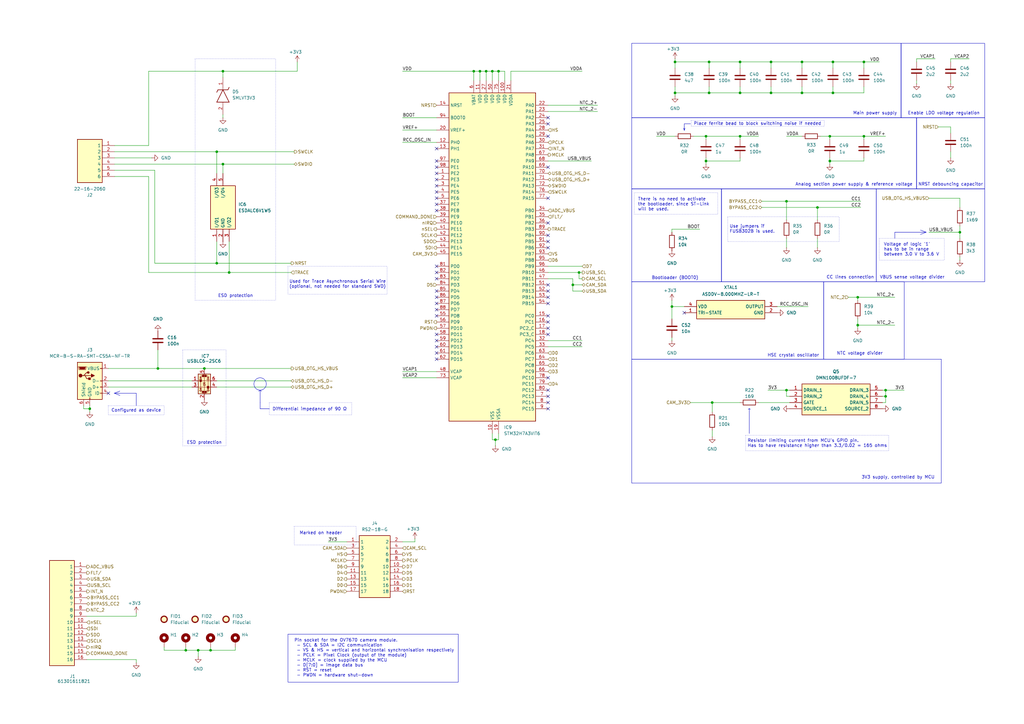
<source format=kicad_sch>
(kicad_sch (version 20231120) (generator "eeschema") (generator_version "8.0")
  (paper "A3")
  (lib_symbols
    (symbol "Connector:USB_B_Micro" (pin_names (offset 1.016))
      (property "Reference" "J" (at -5.08 11.43 0))
      (property "Value" "USB_B_Micro" (at -5.08 8.89 0))
      (symbol "USB_B_Micro_1_1"
        (pin power_out line (at 7.62 5.08 180) (length 2.54) (name "VBUS") (number "1"))
        (pin bidirectional line (at 7.62 0 180) (length 2.54) (name "D-") (number "2"))
        (pin bidirectional line (at 7.62 -2.54 180) (length 2.54) (name "D+") (number "3"))
        (pin passive line (at 7.62 -5.08 180) (length 2.54) (name "ID") (number "4"))
        (pin power_out line (at 0 -10.16 90) (length 2.54) (name "GND") (number "5"))
        (pin passive line (at -2.54 -10.16 90) (length 2.54) (name "Shield") (number "6"))
      )
    )
    (symbol "Device:C" (pin_numbers hide) (pin_names (offset 0.254))
      (property "Reference" "C" (at 0.635 2.54 0))
      (property "Value" "C" (at 0.635 -2.54 0))
      (symbol "C_1_1"
        (pin passive line (at 0 3.81 270) (length 2.794) (name "~") (number "1"))
        (pin passive line (at 0 -3.81 90) (length 2.794) (name "~") (number "2"))
      )
    )
    (symbol "Device:R" (pin_numbers hide) (pin_names (offset 0))
      (property "Reference" "R" (at 2.032 0 90))
      (property "Value" "R" (at 0 0 90))
      (symbol "R_1_1"
        (pin passive line (at 0 3.81 270) (length 1.27) (name "~") (number "1"))
        (pin passive line (at 0 -3.81 90) (length 1.27) (name "~") (number "2"))
      )
    )
    (symbol "MCU_ST_STM32H7:STM32H7A3VITx"
      (property "Reference" "U" (at -17.78 69.85 0))
      (property "Value" "STM32H7A3VITx" (at 10.16 69.85 0))
      (symbol "STM32H7A3VITx_1_1"
        (pin bidirectional line (at -22.86 35.56 0) (length 5.08) (name "PE2") (number "1"))
        (pin power_in line (at 0 -71.12 90) (length 5.08) (name "VSS") (number "10"))
        (pin power_in line (at 5.08 73.66 270) (length 5.08) (name "VDD") (number "100"))
        (pin power_in line (at -5.08 73.66 270) (length 5.08) (name "VDD") (number "11"))
        (pin bidirectional line (at -22.86 48.26 0) (length 5.08) (name "PH0") (number "12"))
        (pin bidirectional line (at -22.86 45.72 0) (length 5.08) (name "PH1") (number "13"))
        (pin input line (at -22.86 63.5 0) (length 5.08) (name "NRST") (number "14"))
        (pin bidirectional line (at 22.86 -22.86 180) (length 5.08) (name "PC0") (number "15"))
        (pin bidirectional line (at 22.86 -25.4 180) (length 5.08) (name "PC1") (number "16"))
        (pin bidirectional line (at 22.86 -27.94 180) (length 5.08) (name "PC2_C") (number "17"))
        (pin bidirectional line (at 22.86 -30.48 180) (length 5.08) (name "PC3_C") (number "18"))
        (pin power_in line (at 2.54 -71.12 90) (length 5.08) (name "VSSA") (number "19"))
        (pin bidirectional line (at -22.86 33.02 0) (length 5.08) (name "PE3") (number "2"))
        (pin input line (at -22.86 53.34 0) (length 5.08) (name "VREF+") (number "20"))
        (pin power_in line (at 7.62 73.66 270) (length 5.08) (name "VDDA") (number "21"))
        (pin bidirectional line (at 22.86 63.5 180) (length 5.08) (name "PA0") (number "22"))
        (pin bidirectional line (at 22.86 60.96 180) (length 5.08) (name "PA1") (number "23"))
        (pin bidirectional line (at 22.86 58.42 180) (length 5.08) (name "PA2") (number "24"))
        (pin bidirectional line (at 22.86 55.88 180) (length 5.08) (name "PA3") (number "25"))
        (pin passive line (at 0 -71.12 90) (length 5.08) hide (name "VSS") (number "26"))
        (pin power_in line (at -2.54 73.66 270) (length 5.08) (name "VDD") (number "27"))
        (pin bidirectional line (at 22.86 53.34 180) (length 5.08) (name "PA4") (number "28"))
        (pin bidirectional line (at 22.86 50.8 180) (length 5.08) (name "PA5") (number "29"))
        (pin bidirectional line (at -22.86 30.48 0) (length 5.08) (name "PE4") (number "3"))
        (pin bidirectional line (at 22.86 48.26 180) (length 5.08) (name "PA6") (number "30"))
        (pin bidirectional line (at 22.86 45.72 180) (length 5.08) (name "PA7") (number "31"))
        (pin bidirectional line (at 22.86 -33.02 180) (length 5.08) (name "PC4") (number "32"))
        (pin bidirectional line (at 22.86 -35.56 180) (length 5.08) (name "PC5") (number "33"))
        (pin bidirectional line (at 22.86 20.32 180) (length 5.08) (name "PB0") (number "34"))
        (pin bidirectional line (at 22.86 17.78 180) (length 5.08) (name "PB1") (number "35"))
        (pin bidirectional line (at 22.86 15.24 180) (length 5.08) (name "PB2") (number "36"))
        (pin bidirectional line (at -22.86 22.86 0) (length 5.08) (name "PE7") (number "37"))
        (pin bidirectional line (at -22.86 20.32 0) (length 5.08) (name "PE8") (number "38"))
        (pin bidirectional line (at -22.86 17.78 0) (length 5.08) (name "PE9") (number "39"))
        (pin bidirectional line (at -22.86 27.94 0) (length 5.08) (name "PE5") (number "4"))
        (pin bidirectional line (at -22.86 15.24 0) (length 5.08) (name "PE10") (number "40"))
        (pin bidirectional line (at -22.86 12.7 0) (length 5.08) (name "PE11") (number "41"))
        (pin bidirectional line (at -22.86 10.16 0) (length 5.08) (name "PE12") (number "42"))
        (pin bidirectional line (at -22.86 7.62 0) (length 5.08) (name "PE13") (number "43"))
        (pin bidirectional line (at -22.86 5.08 0) (length 5.08) (name "PE14") (number "44"))
        (pin bidirectional line (at -22.86 2.54 0) (length 5.08) (name "PE15") (number "45"))
        (pin bidirectional line (at 22.86 -5.08 180) (length 5.08) (name "PB10") (number "46"))
        (pin bidirectional line (at 22.86 -7.62 180) (length 5.08) (name "PB11") (number "47"))
        (pin power_out line (at -22.86 -45.72 0) (length 5.08) (name "VCAP") (number "48"))
        (pin passive line (at 0 -71.12 90) (length 5.08) hide (name "VSS") (number "49"))
        (pin bidirectional line (at -22.86 25.4 0) (length 5.08) (name "PE6") (number "5"))
        (pin power_in line (at 0 73.66 270) (length 5.08) (name "VDD") (number "50"))
        (pin bidirectional line (at 22.86 -10.16 180) (length 5.08) (name "PB12") (number "51"))
        (pin bidirectional line (at 22.86 -12.7 180) (length 5.08) (name "PB13") (number "52"))
        (pin bidirectional line (at 22.86 -15.24 180) (length 5.08) (name "PB14") (number "53"))
        (pin bidirectional line (at 22.86 -17.78 180) (length 5.08) (name "PB15") (number "54"))
        (pin bidirectional line (at -22.86 -22.86 0) (length 5.08) (name "PD8") (number "55"))
        (pin bidirectional line (at -22.86 -25.4 0) (length 5.08) (name "PD9") (number "56"))
        (pin bidirectional line (at -22.86 -27.94 0) (length 5.08) (name "PD10") (number "57"))
        (pin bidirectional line (at -22.86 -30.48 0) (length 5.08) (name "PD11") (number "58"))
        (pin bidirectional line (at -22.86 -33.02 0) (length 5.08) (name "PD12") (number "59"))
        (pin power_in line (at -7.62 73.66 270) (length 5.08) (name "VBAT") (number "6"))
        (pin bidirectional line (at -22.86 -35.56 0) (length 5.08) (name "PD13") (number "60"))
        (pin bidirectional line (at -22.86 -38.1 0) (length 5.08) (name "PD14") (number "61"))
        (pin bidirectional line (at -22.86 -40.64 0) (length 5.08) (name "PD15") (number "62"))
        (pin bidirectional line (at 22.86 -38.1 180) (length 5.08) (name "PC6") (number "63"))
        (pin bidirectional line (at 22.86 -40.64 180) (length 5.08) (name "PC7") (number "64"))
        (pin bidirectional line (at 22.86 -43.18 180) (length 5.08) (name "PC8") (number "65"))
        (pin bidirectional line (at 22.86 -45.72 180) (length 5.08) (name "PC9") (number "66"))
        (pin bidirectional line (at 22.86 43.18 180) (length 5.08) (name "PA8") (number "67"))
        (pin bidirectional line (at 22.86 40.64 180) (length 5.08) (name "PA9") (number "68"))
        (pin bidirectional line (at 22.86 38.1 180) (length 5.08) (name "PA10") (number "69"))
        (pin bidirectional line (at 22.86 -55.88 180) (length 5.08) (name "PC13") (number "7"))
        (pin bidirectional line (at 22.86 35.56 180) (length 5.08) (name "PA11") (number "70"))
        (pin bidirectional line (at 22.86 33.02 180) (length 5.08) (name "PA12") (number "71"))
        (pin bidirectional line (at 22.86 30.48 180) (length 5.08) (name "PA13") (number "72"))
        (pin power_out line (at -22.86 -48.26 0) (length 5.08) (name "VCAP") (number "73"))
        (pin passive line (at 0 -71.12 90) (length 5.08) hide (name "VSS") (number "74"))
        (pin power_in line (at 2.54 73.66 270) (length 5.08) (name "VDD") (number "75"))
        (pin bidirectional line (at 22.86 27.94 180) (length 5.08) (name "PA14") (number "76"))
        (pin bidirectional line (at 22.86 25.4 180) (length 5.08) (name "PA15") (number "77"))
        (pin bidirectional line (at 22.86 -48.26 180) (length 5.08) (name "PC10") (number "78"))
        (pin bidirectional line (at 22.86 -50.8 180) (length 5.08) (name "PC11") (number "79"))
        (pin bidirectional line (at 22.86 -58.42 180) (length 5.08) (name "PC14") (number "8"))
        (pin bidirectional line (at 22.86 -53.34 180) (length 5.08) (name "PC12") (number "80"))
        (pin bidirectional line (at -22.86 -2.54 0) (length 5.08) (name "PD0") (number "81"))
        (pin bidirectional line (at -22.86 -5.08 0) (length 5.08) (name "PD1") (number "82"))
        (pin bidirectional line (at -22.86 -7.62 0) (length 5.08) (name "PD2") (number "83"))
        (pin bidirectional line (at -22.86 -10.16 0) (length 5.08) (name "PD3") (number "84"))
        (pin bidirectional line (at -22.86 -12.7 0) (length 5.08) (name "PD4") (number "85"))
        (pin bidirectional line (at -22.86 -15.24 0) (length 5.08) (name "PD5") (number "86"))
        (pin bidirectional line (at -22.86 -17.78 0) (length 5.08) (name "PD6") (number "87"))
        (pin bidirectional line (at -22.86 -20.32 0) (length 5.08) (name "PD7") (number "88"))
        (pin bidirectional line (at 22.86 12.7 180) (length 5.08) (name "PB3") (number "89"))
        (pin bidirectional line (at 22.86 -60.96 180) (length 5.08) (name "PC15") (number "9"))
        (pin bidirectional line (at 22.86 10.16 180) (length 5.08) (name "PB4") (number "90"))
        (pin bidirectional line (at 22.86 7.62 180) (length 5.08) (name "PB5") (number "91"))
        (pin bidirectional line (at 22.86 5.08 180) (length 5.08) (name "PB6") (number "92"))
        (pin bidirectional line (at 22.86 2.54 180) (length 5.08) (name "PB7") (number "93"))
        (pin input line (at -22.86 58.42 0) (length 5.08) (name "BOOT0") (number "94"))
        (pin bidirectional line (at 22.86 0 180) (length 5.08) (name "PB8") (number "95"))
        (pin bidirectional line (at 22.86 -2.54 180) (length 5.08) (name "PB9") (number "96"))
        (pin bidirectional line (at -22.86 40.64 0) (length 5.08) (name "PE0") (number "97"))
        (pin bidirectional line (at -22.86 38.1 0) (length 5.08) (name "PE1") (number "98"))
        (pin passive line (at 0 -71.12 90) (length 5.08) hide (name "VSS") (number "99"))
      )
    )
    (symbol "Mechanical:Fiducial" (exclude_from_sim yes) (in_bom no)
      (property "Reference" "FID" (at 0 5.08 0))
      (property "Value" "Fiducial" (at 0 3.175 0))
    )
    (symbol "Mechanical:MountingHole_Pad" (pin_numbers hide) (pin_names (offset 1.016) hide) (exclude_from_sim yes) (in_bom no)
      (property "Reference" "H" (at 0 6.35 0))
      (property "Value" "MountingHole_Pad" (at 0 4.445 0))
      (symbol "MountingHole_Pad_1_1"
        (pin input line (at 0 -2.54 90) (length 2.54) (name "1") (number "1"))
      )
    )
    (symbol "Power_Protection:USBLC6-2SC6" (pin_names hide)
      (property "Reference" "U" (at 0.635 5.715 0))
      (property "Value" "USBLC6-2SC6" (at 0.635 3.81 0))
      (symbol "USBLC6-2SC6_1_1"
        (pin passive line (at -5.08 0 0) (length 2.54) (name "I/O1") (number "1"))
        (pin passive line (at 0 -7.62 90) (length 2.54) (name "GND") (number "2"))
        (pin passive line (at -5.08 -2.54 0) (length 2.54) (name "I/O2") (number "3"))
        (pin passive line (at 5.08 -2.54 180) (length 2.54) (name "I/O2") (number "4"))
        (pin passive line (at 0 5.08 270) (length 2.54) (name "VBUS") (number "5"))
        (pin passive line (at 5.08 0 180) (length 2.54) (name "I/O1") (number "6"))
      )
    )
    (symbol "SamacSys_Parts:22-16-2060"
      (property "Reference" "J" (at 16.51 7.62 0))
      (property "Value" "22-16-2060" (at 16.51 5.08 0))
      (symbol "22-16-2060_1_1"
        (pin passive line (at 0 0 0) (length 5.08) (name "1") (number "1"))
        (pin passive line (at 0 -2.54 0) (length 5.08) (name "2") (number "2"))
        (pin passive line (at 0 -5.08 0) (length 5.08) (name "3") (number "3"))
        (pin passive line (at 0 -7.62 0) (length 5.08) (name "4") (number "4"))
        (pin passive line (at 0 -10.16 0) (length 5.08) (name "5") (number "5"))
        (pin passive line (at 0 -12.7 0) (length 5.08) (name "6") (number "6"))
      )
    )
    (symbol "SamacSys_Parts:61301611821"
      (property "Reference" "J" (at 16.51 7.62 0))
      (property "Value" "61301611821" (at 16.51 5.08 0))
      (symbol "61301611821_1_1"
        (pin passive line (at 0 0 0) (length 5.08) (name "1") (number "1"))
        (pin passive line (at 0 -22.86 0) (length 5.08) (name "10") (number "10"))
        (pin passive line (at 0 -25.4 0) (length 5.08) (name "11") (number "11"))
        (pin passive line (at 0 -27.94 0) (length 5.08) (name "12") (number "12"))
        (pin passive line (at 0 -30.48 0) (length 5.08) (name "13") (number "13"))
        (pin passive line (at 0 -33.02 0) (length 5.08) (name "14") (number "14"))
        (pin passive line (at 0 -35.56 0) (length 5.08) (name "15") (number "15"))
        (pin passive line (at 0 -38.1 0) (length 5.08) (name "16") (number "16"))
        (pin passive line (at 0 -2.54 0) (length 5.08) (name "2") (number "2"))
        (pin passive line (at 0 -5.08 0) (length 5.08) (name "3") (number "3"))
        (pin passive line (at 0 -7.62 0) (length 5.08) (name "4") (number "4"))
        (pin passive line (at 0 -10.16 0) (length 5.08) (name "5") (number "5"))
        (pin passive line (at 0 -12.7 0) (length 5.08) (name "6") (number "6"))
        (pin passive line (at 0 -15.24 0) (length 5.08) (name "7") (number "7"))
        (pin passive line (at 0 -17.78 0) (length 5.08) (name "8") (number "8"))
        (pin passive line (at 0 -20.32 0) (length 5.08) (name "9") (number "9"))
      )
    )
    (symbol "SamacSys_Parts:ASDDV-8.000MHZ-LR-T"
      (property "Reference" "Y2" (at 0 -6.35 0))
      (property "Value" "ASDDV-8.000MHZ-LR-T" (at 0 -9.144 0))
      (symbol "ASDDV-8.000MHZ-LR-T_1_1"
        (pin passive line (at -19.05 -1.27 0) (length 5.08) (name "TRI-STATE") (number "1"))
        (pin passive line (at 19.05 -1.27 180) (length 5.08) (name "GND") (number "2"))
        (pin passive line (at 19.05 1.27 180) (length 5.08) (name "OUTPUT") (number "3"))
        (pin passive line (at -19.05 1.27 0) (length 5.08) (name "VDD") (number "4"))
      )
    )
    (symbol "SamacSys_Parts:DMN1008UFDF-7"
      (property "Reference" "Q" (at 34.29 7.62 0))
      (property "Value" "DMN1008UFDF-7" (at 34.29 5.08 0))
      (symbol "DMN1008UFDF-7_1_1"
        (pin passive line (at 0 0 0) (length 5.08) (name "DRAIN_1") (number "1"))
        (pin passive line (at 0 -2.54 0) (length 5.08) (name "DRAIN_2") (number "2"))
        (pin passive line (at 0 -5.08 0) (length 5.08) (name "GATE") (number "3"))
        (pin passive line (at 0 -7.62 0) (length 5.08) (name "SOURCE_1") (number "4"))
        (pin passive line (at 38.1 0 180) (length 5.08) (name "DRAIN_3") (number "5"))
        (pin passive line (at 38.1 -2.54 180) (length 5.08) (name "DRAIN_4") (number "6"))
        (pin passive line (at 38.1 -5.08 180) (length 5.08) (name "DRAIN_5") (number "7"))
        (pin passive line (at 38.1 -7.62 180) (length 5.08) (name "SOURCE_2") (number "8"))
      )
    )
    (symbol "SamacSys_Parts:ESDALC6V1W5"
      (property "Reference" "IC" (at 24.13 7.62 0))
      (property "Value" "ESDALC6V1W5" (at 24.13 5.08 0))
      (symbol "ESDALC6V1W5_1_1"
        (pin passive line (at 0 0 0) (length 5.08) (name "I/01") (number "1"))
        (pin passive line (at 0 -2.54 0) (length 5.08) (name "GND") (number "2"))
        (pin passive line (at 0 -5.08 0) (length 5.08) (name "I/02") (number "3"))
        (pin passive line (at 27.94 0 180) (length 5.08) (name "I/03") (number "4"))
        (pin passive line (at 27.94 -2.54 180) (length 5.08) (name "I/04") (number "5"))
      )
    )
    (symbol "SamacSys_Parts:RS2-18-G"
      (property "Reference" "J" (at 19.05 7.62 0))
      (property "Value" "RS2-18-G" (at 19.05 5.08 0))
      (symbol "RS2-18-G_1_1"
        (pin passive line (at 0 0 0) (length 5.08) (name "1") (number "1"))
        (pin passive line (at 22.86 -10.16 180) (length 5.08) (name "10") (number "10"))
        (pin passive line (at 0 -12.7 0) (length 5.08) (name "11") (number "11"))
        (pin passive line (at 22.86 -12.7 180) (length 5.08) (name "12") (number "12"))
        (pin passive line (at 0 -15.24 0) (length 5.08) (name "13") (number "13"))
        (pin passive line (at 22.86 -15.24 180) (length 5.08) (name "14") (number "14"))
        (pin passive line (at 0 -17.78 0) (length 5.08) (name "15") (number "15"))
        (pin passive line (at 22.86 -17.78 180) (length 5.08) (name "16") (number "16"))
        (pin passive line (at 0 -20.32 0) (length 5.08) (name "17") (number "17"))
        (pin passive line (at 22.86 -20.32 180) (length 5.08) (name "18") (number "18"))
        (pin passive line (at 22.86 0 180) (length 5.08) (name "2") (number "2"))
        (pin passive line (at 0 -2.54 0) (length 5.08) (name "3") (number "3"))
        (pin passive line (at 22.86 -2.54 180) (length 5.08) (name "4") (number "4"))
        (pin passive line (at 0 -5.08 0) (length 5.08) (name "5") (number "5"))
        (pin passive line (at 22.86 -5.08 180) (length 5.08) (name "6") (number "6"))
        (pin passive line (at 0 -7.62 0) (length 5.08) (name "7") (number "7"))
        (pin passive line (at 22.86 -7.62 180) (length 5.08) (name "8") (number "8"))
        (pin passive line (at 0 -10.16 0) (length 5.08) (name "9") (number "9"))
      )
    )
    (symbol "SamacSys_Parts:SMLVT3V3" (pin_names hide)
      (property "Reference" "D" (at 10.16 8.89 0))
      (property "Value" "SMLVT3V3" (at 10.16 6.35 0))
      (symbol "SMLVT3V3_1_1"
        (pin passive line (at 0 0 0) (length 5.08) (name "K") (number "1"))
        (pin passive line (at 15.24 0 180) (length 5.08) (name "A") (number "2"))
      )
    )
    (symbol "power:+3V3" (power) (pin_numbers hide) (pin_names (offset 0) hide)
      (property "Value" "+3V3" (at 0 3.556 0))
      (symbol "+3V3_1_1"
        (pin power_in line (at 0 0 90) (length 0) (name "~") (number "1"))
      )
    )
    (symbol "power:GND" (power) (pin_numbers hide) (pin_names (offset 0) hide)
      (property "Value" "GND" (at 0 -3.81 0))
      (symbol "GND_1_1"
        (pin power_in line (at 0 0 270) (length 0) (name "~") (number "1"))
      )
    )
  )
  (junction (at 363.22 160.02))
  (junction (at 36.83 167.64))
  (junction (at 91.44 29.21))
  (junction (at 335.28 85.09))
  (junction (at 234.95 116.84))
  (junction (at 204.47 29.21))
  (junction (at 328.93 38.1))
  (junction (at 303.53 55.88))
  (junction (at 303.53 25.4))
  (junction (at 276.86 38.1))
  (junction (at 88.9 62.23))
  (junction (at 83.82 151.13))
  (junction (at 340.36 55.88))
  (junction (at 237.49 111.76))
  (junction (at 289.56 66.04))
  (junction (at 76.2 266.7))
  (junction (at 354.33 25.4))
  (junction (at 322.58 82.55))
  (junction (at 292.1 165.1))
  (junction (at 289.56 55.88))
  (junction (at 290.83 38.1))
  (junction (at 351.79 133.35))
  (junction (at 354.33 55.88))
  (junction (at 341.63 38.1))
  (junction (at 275.59 125.73))
  (junction (at 91.44 67.31))
  (junction (at 196.85 29.21))
  (junction (at 316.23 38.1))
  (junction (at 194.31 29.21))
  (junction (at 340.36 66.04))
  (junction (at 322.58 160.02))
  (junction (at 276.86 25.4))
  (junction (at 363.22 162.56))
  (junction (at 341.63 25.4))
  (junction (at 81.28 266.7))
  (junction (at 303.53 38.1))
  (junction (at 86.36 266.7))
  (junction (at 199.39 29.21))
  (junction (at 64.77 151.13))
  (junction (at 316.23 25.4))
  (junction (at 88.9 107.95))
  (junction (at 328.93 25.4))
  (junction (at 393.7 95.25))
  (junction (at 290.83 25.4))
  (junction (at 201.93 29.21))
  (junction (at 93.98 111.76))
  (junction (at 351.79 121.92))
  (junction (at 203.2 180.34))
  (no_connect (at 179.07 121.92))
  (no_connect (at 224.79 116.84))
  (no_connect (at 224.79 55.88))
  (no_connect (at 179.07 71.12))
  (no_connect (at 179.07 124.46))
  (no_connect (at 179.07 144.78))
  (no_connect (at 179.07 127))
  (no_connect (at 179.07 76.2))
  (no_connect (at 179.07 60.96))
  (no_connect (at 224.79 167.64))
  (no_connect (at 224.79 137.16))
  (no_connect (at 224.79 124.46))
  (no_connect (at 179.07 86.36))
  (no_connect (at 179.07 142.24))
  (no_connect (at 179.07 83.82))
  (no_connect (at 224.79 68.58))
  (no_connect (at 179.07 147.32))
  (no_connect (at 224.79 121.92))
  (no_connect (at 179.07 78.74))
  (no_connect (at 224.79 96.52))
  (no_connect (at 224.79 154.94))
  (no_connect (at 224.79 132.08))
  (no_connect (at 224.79 81.28))
  (no_connect (at 224.79 101.6))
  (no_connect (at 224.79 91.44))
  (no_connect (at 224.79 162.56))
  (no_connect (at 224.79 134.62))
  (no_connect (at 179.07 68.58))
  (no_connect (at 179.07 66.04))
  (no_connect (at 179.07 114.3))
  (no_connect (at 179.07 109.22))
  (no_connect (at 224.79 165.1))
  (no_connect (at 224.79 119.38))
  (no_connect (at 224.79 50.8))
  (no_connect (at 224.79 129.54))
  (no_connect (at 280.67 128.27))
  (no_connect (at 179.07 129.54))
  (no_connect (at 179.07 119.38))
  (no_connect (at 224.79 99.06))
  (no_connect (at 179.07 81.28))
  (no_connect (at 179.07 111.76))
  (no_connect (at 179.07 139.7))
  (no_connect (at 179.07 137.16))
  (no_connect (at 44.45 161.29))
  (no_connect (at 224.79 160.02))
  (no_connect (at 179.07 73.66))
  (no_connect (at 224.79 48.26))
  (wire (pts (xy 91.44 46.99) (xy 91.44 48.26)))
  (wire (pts (xy 303.53 55.88) (xy 311.15 55.88)))
  (wire (pts (xy 55.88 252.73) (xy 55.88 251.46)))
  (wire (pts (xy 303.53 35.56) (xy 303.53 38.1)))
  (wire (pts (xy 194.31 29.21) (xy 196.85 29.21)))
  (wire (pts (xy 351.79 123.19) (xy 351.79 121.92)))
  (wire (pts (xy 36.83 167.64) (xy 36.83 166.37)))
  (wire (pts (xy 201.93 29.21) (xy 204.47 29.21)))
  (wire (pts (xy 389.89 25.4) (xy 389.89 24.13)))
  (wire (pts (xy 328.93 25.4) (xy 341.63 25.4)))
  (wire (pts (xy 121.92 25.4) (xy 121.92 29.21)))
  (wire (pts (xy 318.77 125.73) (xy 331.47 125.73)))
  (wire (pts (xy 290.83 25.4) (xy 303.53 25.4)))
  (wire (pts (xy 234.95 116.84) (xy 238.76 116.84)))
  (wire (pts (xy 209.55 29.21) (xy 238.76 29.21)))
  (wire (pts (xy 88.9 99.06) (xy 88.9 107.95)))
  (wire (pts (xy 201.93 29.21) (xy 201.93 33.02)))
  (wire (pts (xy 234.95 114.3) (xy 234.95 116.84)))
  (wire (pts (xy 351.79 121.92) (xy 347.98 121.92)))
  (wire (pts (xy 204.47 29.21) (xy 204.47 33.02)))
  (wire (pts (xy 237.49 111.76) (xy 224.79 111.76)))
  (wire (pts (xy 341.63 38.1) (xy 328.93 38.1)))
  (wire (pts (xy 328.93 38.1) (xy 316.23 38.1)))
  (wire (pts (xy 290.83 27.94) (xy 290.83 25.4)))
  (wire (pts (xy 289.56 55.88) (xy 303.53 55.88)))
  (wire (pts (xy 328.93 25.4) (xy 328.93 27.94)))
  (wire (pts (xy 361.95 160.02) (xy 363.22 160.02)))
  (wire (pts (xy 340.36 64.77) (xy 340.36 66.04)))
  (wire (pts (xy 203.2 180.34) (xy 203.2 182.88)))
  (wire (pts (xy 204.47 29.21) (xy 207.01 29.21)))
  (wire (pts (xy 275.59 123.19) (xy 275.59 125.73)))
  (wire (pts (xy 46.99 62.23) (xy 88.9 62.23)))
  (wire (pts (xy 322.58 55.88) (xy 328.93 55.88)))
  (wire (pts (xy 55.88 270.51) (xy 35.56 270.51)))
  (wire (pts (xy 312.42 85.09) (xy 335.28 85.09)))
  (wire (pts (xy 93.98 111.76) (xy 119.38 111.76)))
  (wire (pts (xy 224.79 45.72) (xy 245.11 45.72)))
  (wire (pts (xy 354.33 55.88) (xy 340.36 55.88)))
  (wire (pts (xy 316.23 35.56) (xy 316.23 38.1)))
  (wire (pts (xy 196.85 29.21) (xy 196.85 33.02)))
  (wire (pts (xy 88.9 62.23) (xy 120.65 62.23)))
  (polyline (pts (xy 379.73 95.25) (xy 367.03 95.25)))
  (wire (pts (xy 303.53 25.4) (xy 316.23 25.4)))
  (wire (pts (xy 224.79 109.22) (xy 238.76 109.22)))
  (wire (pts (xy 269.24 55.88) (xy 276.86 55.88)))
  (polyline (pts (xy 280.67 53.34) (xy 280.67 52.07)))
  (wire (pts (xy 60.96 72.39) (xy 46.99 72.39)))
  (wire (pts (xy 303.53 25.4) (xy 303.53 27.94)))
  (wire (pts (xy 276.86 38.1) (xy 276.86 39.37)))
  (polyline (pts (xy 106.68 167.64) (xy 106.68 165.1)))
  (wire (pts (xy 88.9 156.21) (xy 119.38 156.21)))
  (wire (pts (xy 335.28 85.09) (xy 335.28 90.17)))
  (wire (pts (xy 389.89 34.29) (xy 389.89 33.02)))
  (wire (pts (xy 96.52 265.43) (xy 96.52 266.7)))
  (wire (pts (xy 354.33 66.04) (xy 340.36 66.04)))
  (wire (pts (xy 165.1 154.94) (xy 179.07 154.94)))
  (wire (pts (xy 351.79 130.81) (xy 351.79 133.35)))
  (wire (pts (xy 83.82 151.13) (xy 119.38 151.13)))
  (wire (pts (xy 384.81 52.07) (xy 389.89 52.07)))
  (wire (pts (xy 224.79 139.7) (xy 238.76 139.7)))
  (wire (pts (xy 393.7 81.28) (xy 393.7 85.09)))
  (wire (pts (xy 363.22 165.1) (xy 363.22 162.56)))
  (wire (pts (xy 170.18 220.98) (xy 170.18 222.25)))
  (wire (pts (xy 204.47 180.34) (xy 203.2 180.34)))
  (wire (pts (xy 314.96 160.02) (xy 322.58 160.02)))
  (polyline (pts (xy 110.49 167.64) (xy 106.68 167.64)))
  (wire (pts (xy 323.85 162.56) (xy 322.58 162.56)))
  (polyline (pts (xy 55.88 161.29) (xy 55.88 166.37)))
  (wire (pts (xy 322.58 162.56) (xy 322.58 160.02)))
  (wire (pts (xy 224.79 142.24) (xy 238.76 142.24)))
  (wire (pts (xy 276.86 38.1) (xy 290.83 38.1)))
  (wire (pts (xy 290.83 35.56) (xy 290.83 38.1)))
  (wire (pts (xy 389.89 24.13) (xy 397.51 24.13)))
  (wire (pts (xy 67.31 266.7) (xy 76.2 266.7)))
  (polyline (pts (xy 106.68 160.02) (xy 106.68 165.1)))
  (wire (pts (xy 88.9 107.95) (xy 119.38 107.95)))
  (wire (pts (xy 165.1 152.4) (xy 179.07 152.4)))
  (wire (pts (xy 60.96 111.76) (xy 93.98 111.76)))
  (wire (pts (xy 165.1 53.34) (xy 179.07 53.34)))
  (wire (pts (xy 91.44 67.31) (xy 120.65 67.31)))
  (wire (pts (xy 91.44 67.31) (xy 91.44 71.12)))
  (wire (pts (xy 91.44 31.75) (xy 91.44 29.21)))
  (wire (pts (xy 275.59 138.43) (xy 275.59 139.7)))
  (wire (pts (xy 275.59 93.98) (xy 287.02 93.98)))
  (wire (pts (xy 276.86 25.4) (xy 276.86 27.94)))
  (wire (pts (xy 76.2 265.43) (xy 76.2 266.7)))
  (wire (pts (xy 165.1 29.21) (xy 194.31 29.21)))
  (wire (pts (xy 322.58 97.79) (xy 322.58 101.6)))
  (wire (pts (xy 275.59 125.73) (xy 280.67 125.73)))
  (wire (pts (xy 88.9 158.75) (xy 119.38 158.75)))
  (wire (pts (xy 196.85 29.21) (xy 199.39 29.21)))
  (wire (pts (xy 322.58 160.02) (xy 323.85 160.02)))
  (polyline (pts (xy 367.03 95.25) (xy 367.03 97.79)))
  (wire (pts (xy 44.45 151.13) (xy 64.77 151.13)))
  (wire (pts (xy 311.15 165.1) (xy 323.85 165.1)))
  (wire (pts (xy 238.76 119.38) (xy 234.95 119.38)))
  (wire (pts (xy 81.28 266.7) (xy 76.2 266.7)))
  (wire (pts (xy 63.5 69.85) (xy 63.5 107.95)))
  (wire (pts (xy 36.83 168.91) (xy 36.83 167.64)))
  (wire (pts (xy 389.89 62.23) (xy 389.89 64.77)))
  (wire (pts (xy 340.36 57.15) (xy 340.36 55.88)))
  (wire (pts (xy 289.56 57.15) (xy 289.56 55.88)))
  (wire (pts (xy 201.93 177.8) (xy 201.93 180.34)))
  (wire (pts (xy 341.63 25.4) (xy 354.33 25.4)))
  (wire (pts (xy 275.59 93.98) (xy 275.59 95.25)))
  (wire (pts (xy 55.88 271.78) (xy 55.88 270.51)))
  (wire (pts (xy 354.33 25.4) (xy 360.68 25.4)))
  (wire (pts (xy 284.48 55.88) (xy 289.56 55.88)))
  (wire (pts (xy 134.62 222.25) (xy 142.24 222.25)))
  (polyline (pts (xy 280.67 50.8) (xy 283.21 50.8)))
  (wire (pts (xy 276.86 35.56) (xy 276.86 38.1)))
  (wire (pts (xy 224.79 43.18) (xy 245.11 43.18)))
  (wire (pts (xy 341.63 25.4) (xy 341.63 27.94)))
  (wire (pts (xy 55.88 252.73) (xy 35.56 252.73)))
  (wire (pts (xy 64.77 151.13) (xy 83.82 151.13)))
  (polyline (pts (xy 280.67 52.07) (xy 280.67 50.8)))
  (wire (pts (xy 234.95 116.84) (xy 234.95 119.38)))
  (wire (pts (xy 209.55 29.21) (xy 209.55 33.02)))
  (wire (pts (xy 354.33 57.15) (xy 354.33 55.88)))
  (wire (pts (xy 393.7 105.41) (xy 393.7 106.68)))
  (wire (pts (xy 203.2 180.34) (xy 201.93 180.34)))
  (wire (pts (xy 234.95 114.3) (xy 224.79 114.3)))
  (wire (pts (xy 292.1 176.53) (xy 292.1 179.07)))
  (wire (pts (xy 363.22 160.02) (xy 370.84 160.02)))
  (wire (pts (xy 303.53 55.88) (xy 303.53 57.15)))
  (wire (pts (xy 237.49 114.3) (xy 237.49 111.76)))
  (wire (pts (xy 67.31 265.43) (xy 67.31 266.7)))
  (wire (pts (xy 60.96 111.76) (xy 60.96 72.39)))
  (wire (pts (xy 354.33 38.1) (xy 341.63 38.1)))
  (wire (pts (xy 86.36 265.43) (xy 86.36 266.7)))
  (wire (pts (xy 34.29 167.64) (xy 36.83 167.64)))
  (wire (pts (xy 194.31 29.21) (xy 194.31 33.02)))
  (wire (pts (xy 393.7 81.28) (xy 381 81.28)))
  (wire (pts (xy 289.56 66.04) (xy 289.56 67.31)))
  (wire (pts (xy 165.1 48.26) (xy 179.07 48.26)))
  (wire (pts (xy 60.96 29.21) (xy 91.44 29.21)))
  (wire (pts (xy 224.79 66.04) (xy 242.57 66.04)))
  (wire (pts (xy 354.33 25.4) (xy 354.33 27.94)))
  (wire (pts (xy 381 95.25) (xy 393.7 95.25)))
  (wire (pts (xy 354.33 35.56) (xy 354.33 38.1)))
  (wire (pts (xy 316.23 38.1) (xy 303.53 38.1)))
  (wire (pts (xy 91.44 29.21) (xy 121.92 29.21)))
  (wire (pts (xy 199.39 29.21) (xy 199.39 33.02)))
  (wire (pts (xy 361.95 165.1) (xy 363.22 165.1)))
  (wire (pts (xy 207.01 29.21) (xy 207.01 33.02)))
  (wire (pts (xy 81.28 266.7) (xy 86.36 266.7)))
  (wire (pts (xy 340.36 55.88) (xy 336.55 55.88)))
  (wire (pts (xy 275.59 125.73) (xy 275.59 130.81)))
  (wire (pts (xy 393.7 92.71) (xy 393.7 95.25)))
  (wire (pts (xy 204.47 177.8) (xy 204.47 180.34)))
  (wire (pts (xy 363.22 160.02) (xy 363.22 162.56)))
  (wire (pts (xy 86.36 266.7) (xy 96.52 266.7)))
  (wire (pts (xy 292.1 165.1) (xy 292.1 168.91)))
  (wire (pts (xy 322.58 82.55) (xy 353.06 82.55)))
  (wire (pts (xy 46.99 69.85) (xy 63.5 69.85)))
  (polyline (pts (xy 307.34 167.64) (xy 307.34 177.8)))
  (wire (pts (xy 93.98 99.06) (xy 93.98 111.76)))
  (wire (pts (xy 351.79 133.35) (xy 351.79 134.62)))
  (wire (pts (xy 34.29 166.37) (xy 34.29 167.64)))
  (wire (pts (xy 46.99 59.69) (xy 60.96 59.69)))
  (wire (pts (xy 375.92 25.4) (xy 375.92 24.13)))
  (wire (pts (xy 393.7 95.25) (xy 393.7 97.79)))
  (wire (pts (xy 354.33 55.88) (xy 363.22 55.88)))
  (wire (pts (xy 335.28 85.09) (xy 353.06 85.09)))
  (wire (pts (xy 375.92 24.13) (xy 383.54 24.13)))
  (wire (pts (xy 289.56 64.77) (xy 289.56 66.04)))
  (polyline (pts (xy 46.99 161.29) (xy 55.88 161.29)))
  (wire (pts (xy 238.76 114.3) (xy 237.49 114.3)))
  (wire (pts (xy 88.9 62.23) (xy 88.9 71.12)))
  (wire (pts (xy 341.63 35.56) (xy 341.63 38.1)))
  (wire (pts (xy 303.53 64.77) (xy 303.53 66.04)))
  (wire (pts (xy 46.99 64.77) (xy 62.23 64.77)))
  (wire (pts (xy 361.95 162.56) (xy 363.22 162.56)))
  (wire (pts (xy 340.36 66.04) (xy 340.36 67.31)))
  (wire (pts (xy 165.1 58.42) (xy 179.07 58.42)))
  (wire (pts (xy 81.28 269.24) (xy 81.28 266.7)))
  (wire (pts (xy 63.5 107.95) (xy 88.9 107.95)))
  (wire (pts (xy 64.77 143.51) (xy 64.77 151.13)))
  (wire (pts (xy 46.99 67.31) (xy 91.44 67.31)))
  (wire (pts (xy 44.45 156.21) (xy 78.74 156.21)))
  (wire (pts (xy 170.18 222.25) (xy 165.1 222.25)))
  (wire (pts (xy 351.79 121.92) (xy 367.03 121.92)))
  (wire (pts (xy 290.83 38.1) (xy 303.53 38.1)))
  (wire (pts (xy 290.83 25.4) (xy 276.86 25.4)))
  (wire (pts (xy 351.79 133.35) (xy 367.03 133.35)))
  (wire (pts (xy 292.1 165.1) (xy 303.53 165.1)))
  (wire (pts (xy 44.45 158.75) (xy 78.74 158.75)))
  (wire (pts (xy 316.23 25.4) (xy 328.93 25.4)))
  (wire (pts (xy 199.39 29.21) (xy 201.93 29.21)))
  (wire (pts (xy 354.33 64.77) (xy 354.33 66.04)))
  (wire (pts (xy 60.96 59.69) (xy 60.96 29.21)))
  (wire (pts (xy 335.28 97.79) (xy 335.28 101.6)))
  (wire (pts (xy 375.92 34.29) (xy 375.92 33.02)))
  (wire (pts (xy 322.58 82.55) (xy 322.58 90.17)))
  (wire (pts (xy 238.76 111.76) (xy 237.49 111.76)))
  (wire (pts (xy 312.42 82.55) (xy 322.58 82.55)))
  (wire (pts (xy 283.21 165.1) (xy 292.1 165.1)))
  (wire (pts (xy 389.89 54.61) (xy 389.89 52.07)))
  (wire (pts (xy 276.86 24.13) (xy 276.86 25.4)))
  (wire (pts (xy 328.93 35.56) (xy 328.93 38.1)))
  (wire (pts (xy 303.53 66.04) (xy 289.56 66.04)))
  (wire (pts (xy 316.23 25.4) (xy 316.23 27.94)))
  (rectangle (start 260.096 78.994) (end 294.386 87.884) (stroke (width 0) (type dot)))
  (rectangle (start 295.91 77.47) (end 359.41 115.57))
  (rectangle (start 259.08 77.47) (end 295.91 115.57))
  (rectangle (start 80.01 24.13) (end 113.03 123.19) (stroke (width 0) (type dot)))
  (rectangle (start 283.464 49.276) (end 338.074 51.816) (stroke (width 0) (type dot)))
  (rectangle (start 305.816 178.562) (end 364.49 184.912) (stroke (width 0) (type dot)))
  (rectangle (start 44.45 166.37) (end 67.31 170.18) (stroke (width 0) (type dot)))
  (rectangle (start 118.11 109.22) (end 158.75 120.65) (stroke (width 0) (type dot)))
  (rectangle (start 259.08 48.26) (end 375.92 77.47))
  (rectangle (start 259.08 17.78) (end 369.57 48.26))
  (rectangle (start 359.41 77.47) (end 403.86 115.57))
  (rectangle (start 110.49 165.1) (end 144.272 170.18) (stroke (width 0) (type dot)))
  (rectangle (start 259.08 115.57) (end 337.82 147.32))
  (circle (center 106.68 157.48) (radius 2.54))
  (rectangle (start 337.82 115.57) (end 370.84 147.32))
  (rectangle (start 120.65 215.9) (end 146.05 223.52) (stroke (width 0) (type dot)))
  (rectangle (start 118.11 260.096) (end 187.96 279.781))
  (rectangle (start 259.08 147.32) (end 386.08 198.12))
  (rectangle (start 375.92 48.26) (end 403.86 77.47))
  (rectangle (start 298.45 88.9) (end 344.17 99.06) (stroke (width 0) (type dot)))
  (rectangle (start 74.93 143.51) (end 92.71 182.88) (stroke (width 0) (type dot)))
  (rectangle (start 360.68 97.79) (end 387.35 106.68) (stroke (width 0) (type dot)))
  (rectangle (start 369.57 17.78) (end 403.86 48.26))
  (text "Differential impedance of 90 Ω" (at 127 167.894 0) (effects (font (size 1.27 1.27))))
  (text "Pin socket for the OV7670 camera module.\n - SCL & SDA = I2C communication \n - VS & HS = vertical and horizontal synchronisation respectively\n - PCLK = Pixel Clock (output of the module)\n - MCLK = clock supplied by the MCU\n - D[7:0] = image data bus \n - RST = reset \n - PWDN = hardware shut-down\n" (at 120.65 269.875 0) (effects (font (size 1.27 1.27)) (justify left)))
  (text "<" (at 48.006 161.29 0) (effects (font (size 3.1 3.1))))
  (text "CC lines connection" (at 348.742 113.792 0) (effects (font (size 1.27 1.27))))
  (text "HSE crystal oscillator" (at 325.374 145.796 0) (effects (font (size 1.27 1.27))))
  (text "NTC voltage divider" (at 343.154 145.034 0) (effects (font (size 1.27 1.27)) (justify left)))
  (text "Enable LDO voltage regulation" (at 387.096 46.482 0) (effects (font (size 1.27 1.27))))
  (text "ESD protection" (at 83.82 181.61 0) (effects (font (size 1.27 1.27))))
  (text "NRST debouncing capacitor" (at 389.89 75.692 0) (effects (font (size 1.27 1.27))))
  (text "VBUS sense voltage divider" (at 374.142 113.792 0) (effects (font (size 1.27 1.27))))
  (text "^" (at 106.68 162.052 0) (effects (font (size 3 3))))
  (text "Voltage of logic '1' \nhas to be in range \nbetween 3.0 V to 3.6 V " (at 362.458 102.362 0) (effects (font (size 1.27 1.27)) (justify left)))
  (text "^" (at 306.578 169.164 0) (effects (font (size 2.3 2.3)) (justify left)))
  (text "Analog section power supply & reference voltage" (at 350.266 75.692 0) (effects (font (size 1.27 1.27))))
  (text "3V3 supply, controlled by MCU" (at 353.314 195.834 0) (effects (font (size 1.27 1.27)) (justify left)))
  (text "There is no need to activate \nthe bootloader, since ST-Link \nwill be used." (at 261.62 83.82 0) (effects (font (size 1.27 1.27)) (justify left)))
  (text "Marked on header" (at 131.572 218.694 0) (effects (font (size 1.27 1.27))))
  (text "Resistor limiting current from MCU's GPIO pin. \nHas to have resistance higher than 3.3/0.02 = 165 ohms \n" (at 306.578 181.864 0) (effects (font (size 1.27 1.27)) (justify left)))
  (text "Configured as device" (at 55.88 168.402 0) (effects (font (size 1.27 1.27))))
  (text ">" (at 376.682 95.25 0) (effects (font (size 3.1 3.1)) (justify left)))
  (text "ESD protection" (at 89.408 121.412 0) (effects (font (size 1.27 1.27)) (justify left)))
  (text "Use jumpers if \nFUSB302B is used." (at 299.212 93.98 0) (effects (font (size 1.27 1.27)) (justify left)))
  (text "Place ferrite bead to block switching noise if needed" (at 284.48 50.8 0) (effects (font (size 1.27 1.27)) (justify left)))
  (text "Main power supply" (at 358.902 46.482 0) (effects (font (size 1.27 1.27))))
  (text "Bootloader (BOOT0)" (at 276.86 114.046 0) (effects (font (size 1.27 1.27))))
  (text "V" (at 280.162 53.34 0) (effects (font (size 0.94 0.94)) (justify left)))
  (text "Used for Trace Asynchronous Serial Wire \n(optional, not needed for standard SWD)" (at 118.618 116.586 0) (effects (font (size 1.27 1.27)) (justify left)))
  (label "CC2" (at 353.06 85.09 180))
  (label "VDD" (at 269.24 55.88 0))
  (label "VCAP1" (at 165.1 152.4 0))
  (label "VDDA" (at 238.76 29.21 180))
  (label "VREF+" (at 363.22 55.88 180))
  (label "RCC_OSC_IN" (at 331.47 125.73 180))
  (label "VDD" (at 165.1 29.21 0))
  (label "NTC_2-" (at 367.03 133.35 180))
  (label "VDDA" (at 311.15 55.88 180))
  (label "VREF+" (at 165.1 53.34 0))
  (label "VCAP2" (at 397.51 24.13 180))
  (label "NTC_2-" (at 245.11 45.72 180))
  (label "VCAP2" (at 165.1 154.94 0))
  (label "BOOT" (at 287.02 93.98 180))
  (label "RCC_OSC_IN" (at 165.1 58.42 0))
  (label "NTC_2+" (at 245.11 43.18 180))
  (label "VDD" (at 360.68 25.4 180))
  (label "CC1" (at 238.76 139.7 180))
  (label "USB_VBUS" (at 242.57 66.04 180))
  (label "BOOT" (at 165.1 48.26 0))
  (label "3V3" (at 134.62 222.25 0))
  (label "CC1" (at 353.06 82.55 180))
  (label "VCAP1" (at 383.54 24.13 180))
  (label "3V3" (at 314.96 160.02 0))
  (label "VDDA" (at 322.58 55.88 0))
  (label "3V3" (at 370.84 160.02 180))
  (label "USB_VBUS" (at 381 95.25 0))
  (label "NTC_2+" (at 367.03 121.92 180))
  (label "CC2" (at 238.76 142.24 180))
  (hierarchical_label "D6" (shape input) (at 224.79 106.68 0))
  (hierarchical_label "USB_OTG_HS_D+" (shape bidirectional) (at 224.79 73.66 0))
  (hierarchical_label "INT_N" (shape output) (at 35.56 242.57 0))
  (hierarchical_label "nIRQ" (shape output) (at 35.56 265.43 0))
  (hierarchical_label "PWDN" (shape input) (at 142.24 242.57 180))
  (hierarchical_label "SDI" (shape output) (at 179.07 101.6 180))
  (hierarchical_label "FLT{slash}" (shape input) (at 224.79 88.9 0))
  (hierarchical_label "NTC_2" (shape input) (at 347.98 121.92 180))
  (hierarchical_label "SWCLK" (shape input) (at 224.79 78.74 0))
  (hierarchical_label "nSEL" (shape output) (at 179.07 93.98 180))
  (hierarchical_label "nIRQ" (shape input) (at 179.07 91.44 180))
  (hierarchical_label "SWDIO" (shape bidirectional) (at 224.79 76.2 0))
  (hierarchical_label "TRACE" (shape output) (at 224.79 93.98 0))
  (hierarchical_label "D1" (shape output) (at 165.1 240.03 0))
  (hierarchical_label "CAM_SDA" (shape bidirectional) (at 238.76 116.84 0))
  (hierarchical_label "VS" (shape input) (at 224.79 104.14 0))
  (hierarchical_label "CAM_3V3" (shape output) (at 179.07 104.14 180))
  (hierarchical_label "D6" (shape output) (at 142.24 232.41 180))
  (hierarchical_label "D7" (shape output) (at 165.1 232.41 0))
  (hierarchical_label "CAM_SCL" (shape input) (at 165.1 224.79 0))
  (hierarchical_label "VS" (shape output) (at 165.1 227.33 0))
  (hierarchical_label "BYPASS_CC2" (shape bidirectional) (at 35.56 247.65 0))
  (hierarchical_label "FLT{slash}" (shape output) (at 35.56 234.95 0))
  (hierarchical_label "COMMAND_DONE" (shape output) (at 35.56 267.97 0))
  (hierarchical_label "NRST" (shape input) (at 179.07 43.18 180))
  (hierarchical_label "SDO" (shape input) (at 179.07 99.06 180))
  (hierarchical_label "NTC_2" (shape output) (at 35.56 250.19 0))
  (hierarchical_label "D4" (shape input) (at 224.79 157.48 0))
  (hierarchical_label "ADC_VBUS" (shape output) (at 35.56 232.41 0))
  (hierarchical_label "SCLK" (shape input) (at 35.56 262.89 0))
  (hierarchical_label "USB_SDA" (shape bidirectional) (at 35.56 237.49 0))
  (hierarchical_label "D7" (shape input) (at 238.76 109.22 0))
  (hierarchical_label "SDI" (shape input) (at 35.56 257.81 0))
  (hierarchical_label "TRACE" (shape input) (at 119.38 111.76 0))
  (hierarchical_label "USB_SDA" (shape bidirectional) (at 238.76 119.38 0))
  (hierarchical_label "USB_OTG_HS_D-" (shape bidirectional) (at 224.79 71.12 0))
  (hierarchical_label "BYPASS_CC2" (shape bidirectional) (at 312.42 85.09 180))
  (hierarchical_label "ADC_VBUS" (shape input) (at 224.79 86.36 0))
  (hierarchical_label "MCLK" (shape output) (at 224.79 63.5 0))
  (hierarchical_label "D2" (shape input) (at 224.79 149.86 0))
  (hierarchical_label "D0" (shape output) (at 142.24 240.03 180))
  (hierarchical_label "COMMAND_DONE" (shape input) (at 179.07 88.9 180))
  (hierarchical_label "D5" (shape output) (at 165.1 234.95 0))
  (hierarchical_label "USB_OTG_HS_VBUS" (shape output) (at 119.38 151.13 0))
  (hierarchical_label "SDO" (shape output) (at 35.56 260.35 0))
  (hierarchical_label "NRST" (shape output) (at 119.38 107.95 0))
  (hierarchical_label "PCLK" (shape input) (at 224.79 58.42 0))
  (hierarchical_label "PCLK" (shape output) (at 165.1 229.87 0))
  (hierarchical_label "RST" (shape input) (at 165.1 242.57 0))
  (hierarchical_label "HS" (shape output) (at 142.24 227.33 180))
  (hierarchical_label "SCLK" (shape output) (at 179.07 96.52 180))
  (hierarchical_label "CAM_3V3" (shape input) (at 283.21 165.1 180))
  (hierarchical_label "D3" (shape output) (at 165.1 237.49 0))
  (hierarchical_label "CAM_SCL" (shape output) (at 238.76 114.3 0))
  (hierarchical_label "nSEL" (shape input) (at 35.56 255.27 0))
  (hierarchical_label "USB_OTG_HS_D-" (shape bidirectional) (at 119.38 156.21 0))
  (hierarchical_label "INT_N" (shape input) (at 224.79 60.96 0))
  (hierarchical_label "D0" (shape input) (at 224.79 144.78 0))
  (hierarchical_label "CAM_SDA" (shape input) (at 142.24 224.79 180))
  (hierarchical_label "NRST" (shape input) (at 384.81 52.07 180))
  (hierarchical_label "BYPASS_CC1" (shape bidirectional) (at 312.42 82.55 180))
  (hierarchical_label "D1" (shape input) (at 224.79 147.32 0))
  (hierarchical_label "HS" (shape input) (at 224.79 53.34 0))
  (hierarchical_label "SWDIO" (shape bidirectional) (at 120.65 67.31 0))
  (hierarchical_label "USB_OTG_HS_VBUS" (shape input) (at 381 81.28 180))
  (hierarchical_label "RST" (shape output) (at 179.07 132.08 180))
  (hierarchical_label "USB_SCL" (shape input) (at 35.56 240.03 0))
  (hierarchical_label "SWCLK" (shape output) (at 120.65 62.23 0))
  (hierarchical_label "D5" (shape input) (at 179.07 116.84 180))
  (hierarchical_label "BYPASS_CC1" (shape bidirectional) (at 35.56 245.11 0))
  (hierarchical_label "MCLK" (shape input) (at 142.24 229.87 180))
  (hierarchical_label "D3" (shape input) (at 224.79 152.4 0))
  (hierarchical_label "D2" (shape output) (at 142.24 237.49 180))
  (hierarchical_label "PWDN" (shape output) (at 179.07 134.62 180))
  (hierarchical_label "USB_OTG_HS_D+" (shape bidirectional) (at 119.38 158.75 0))
  (hierarchical_label "D4" (shape output) (at 142.24 234.95 180))
  (hierarchical_label "USB_SCL" (shape output) (at 238.76 111.76 0))
  (symbol (lib_id "SamacSys_Parts:DMN1008UFDF-7") (at 323.85 160.02 0) (unit 1) (in_bom no)
    (property "Reference" "Q5" (at 342.9 152.4 0))
    (property "Value" "DMN1008UFDF-7" (at 342.9 154.94 0))
    (property "Footprint" "DMN1008UFDF7" (effects (hide yes)))
    (property "Datasheet" "https://www.diodes.com//assets/Datasheets/DMN1008UFDF.pdf" (effects (hide yes)))
    (property "Description" "N-Channel 12 V 12.2A (Ta) 700mW (Ta) Surface Mount U-DFN2020-6 (Type F)" (effects (hide yes)))
    (property "Height" "0.63" (effects (hide yes)))
    (property "Manufacturer_Name" "Diodes Incorporated" (effects (hide yes)))
    (property "Manufacturer_Part_Number" "DMN1008UFDF-7" (effects (hide yes)))
    (property "Mouser Part Number" "621-DMN1008UFDF-7" (effects (hide yes)))
    (property "Mouser Price/Stock" "https://www.mouser.co.uk/ProductDetail/Diodes-Incorporated/DMN1008UFDF-7?qs=chTDxNqvsyn%2FQmgNwqXGFQ%3D%3D" (effects (hide yes)))
    (property "Arrow Part Number" "DMN1008UFDF-7" (effects (hide yes)))
    (property "Arrow Price/Stock" "https://www.arrow.com/en/products/dmn1008ufdf-7/diodes-incorporated" (effects (hide yes)))
    (property "Mouser Link" "https://cz.mouser.com/ProductDetail/Diodes-Incorporated/DMN1008UFDF-7?qs=chTDxNqvsyn%2FQmgNwqXGFQ%3D%3D" (effects (hide yes)))
  )
  (symbol (lib_id "SamacSys_Parts:61301611821") (at 35.56 232.41 0) (mirror y) (unit 1) (in_bom no)
    (property "Reference" "J1" (at 30.988 277.368 0) (effects (justify left)))
    (property "Value" "61301611821" (at 37.084 279.4 0) (effects (justify left)))
    (property "Footprint" "RHDR16W82P0X254_1X16_4114X250X865P" (effects (hide yes)))
    (property "Datasheet" "https://www.we-online.com/catalog/datasheet/61301611821.pdf" (effects (hide yes)))
    (property "Description" "WURTH ELEKTRONIK - 61301611821 - PCB Receptacle, Board-to-Board, 2.54 mm, 1 Rows, 16 Contacts, Through Hole Mount, WR-PHD Series" (effects (hide yes)))
    (property "Height" "8.65" (effects (hide yes)))
    (property "Manufacturer_Name" "Wurth Elektronik" (effects (hide yes)))
    (property "Manufacturer_Part_Number" "61301611821" (effects (hide yes)))
    (property "Mouser Part Number" "710-61301611821" (effects (hide yes)))
    (property "Mouser Price/Stock" "https://www.mouser.co.uk/ProductDetail/Wurth-Elektronik/61301611821?qs=xZ%2FP%252Ba9zWqYIxo6RU%252B1Wuw%3D%3D" (effects (hide yes)))
    (property "Mouser Link" "https://cz.mouser.com/ProductDetail/Same-Sky/UJC-H-G-SMT-2-P6-TR?qs=IKkN%2F947nfApFV8T6rOqww%3D%3D" (effects (hide yes)))
  )
  (symbol (lib_id "Device:C") (at 354.33 60.96 0) (unit 1)
    (property "Reference" "C50" (at 358.14 59.6899 0) (effects (justify left)))
    (property "Value" "100n" (at 358.14 62.2299 0) (effects (justify left)))
    (property "Footprint" "Capacitor_SMD:C_0402_1005Metric" (effects (hide yes)))
    (property "Datasheet" "https://cz.mouser.com/datasheet/2/447/UPY_GPHC_X7R_6_3V_to_250V_24-3441574.pdf" (effects (hide yes)))
    (property "Description" "Unpolarized capacitor" (effects (hide yes)))
    (property "Manufacturer_Name" "YAGEO" (effects (hide yes)))
    (property "Manufacturer_Part_Number" "CC0402KRX7R9BB104" (effects (hide yes)))
    (property "Mouser Link" "https://cz.mouser.com/ProductDetail/YAGEO/CC0402KRX7R9BB104?qs=vRUrOTOuwyGrQb4GbTIVjw%3D%3D" (effects (hide yes)))
    (property "Mouser Part Number" "603-CC402KRX7R9BB104 " (effects (hide yes)))
    (property "LCSC part number" "C131394" (effects (hide yes)))
  )
  (symbol (lib_id "Power_Protection:USBLC6-2SC6") (at 83.82 156.21 0) (unit 1)
    (property "Reference" "IC7" (at 82.55 146.05 0) (effects (justify left)))
    (property "Value" "USBLC6-2SC6" (at 76.708 148.082 0) (effects (justify left)))
    (property "Footprint" "Package_TO_SOT_SMD:SOT-23-6" (effects (hide yes)))
    (property "Datasheet" "https://www.st.com/resource/en/datasheet/usblc6-2.pdf" (effects (hide yes)))
    (property "Description" "Very low capacitance ESD protection diode, 2 data-line, SOT-23-6" (effects (hide yes)))
    (property "Mouser Link" "https://cz.mouser.com/ProductDetail/STMicroelectronics/USBLC6-2SC6?qs=po45yt2pPpu%2FhNIlwQdTlg%3D%3D" (effects (hide yes)))
    (property "Manufacturer_Name" "STMicroelectronics" (effects (hide yes)))
    (property "Manufacturer_Part_Number" "USBLC6-2SC6 " (effects (hide yes)))
    (property "Mouser Part Number" "511-USBLC6-2SC6 " (effects (hide yes)))
    (property "LCSC part number" "C7519" (effects (hide yes)))
  )
  (symbol (lib_id "Mechanical:Fiducial") (at 67.31 254 0) (unit 1) (exclude_from_sim yes) (in_bom no)
    (property "Reference" "FID1" (at 69.85 252.7299 0) (effects (justify left)))
    (property "Value" "Fiducial" (at 69.85 255.2699 0) (effects (justify left)))
    (property "Footprint" "Fiducial:Fiducial_1mm_Mask2mm" (effects (hide yes)))
    (property "Description" "Fiducial Marker" (effects (hide yes)))
  )
  (symbol (lib_id "power:GND") (at 389.89 64.77 0) (unit 1)
    (property "Reference" "#PWR047" (effects (hide yes)))
    (property "Value" "GND" (at 389.89 69.85 0))
    (property "Description" "Power symbol creates a global label with name \"GND\" , ground" (effects (hide yes)))
  )
  (symbol (lib_id "Device:C") (at 289.56 60.96 0) (unit 1)
    (property "Reference" "C47" (at 293.37 59.6899 0) (effects (justify left)))
    (property "Value" "1u" (at 293.37 62.2299 0) (effects (justify left)))
    (property "Footprint" "Capacitor_SMD:C_0603_1608Metric" (effects (hide yes)))
    (property "Datasheet" "https://cz.mouser.com/datasheet/2/396/ML_mlcc_all_e-3369844.pdf" (effects (hide yes)))
    (property "Description" "Unpolarized capacitor" (effects (hide yes)))
    (property "Manufacturer_Name" "TAIYO YUDEN " (effects (hide yes)))
    (property "Manufacturer_Part_Number" "MLAST168SB7105KTNA01" (effects (hide yes)))
    (property "Mouser Link" "https://cz.mouser.com/ProductDetail/TAIYO-YUDEN/MLAST168SB7105KTNA01?qs=sGAEpiMZZMvsSlwiRhF8qrQG6leidpLjq%2FcFzmHJ6hlfBeH4wFHVxw%3D%3D" (effects (hide yes)))
    (property "Mouser Part Number" "963-MLAST168SB7105KT" (effects (hide yes)))
    (property "LCSC part number" "C5768807" (effects (hide yes)))
  )
  (symbol (lib_id "power:GND") (at 275.59 102.87 0) (unit 1)
    (property "Reference" "#PWR05" (effects (hide yes)))
    (property "Value" "GND" (at 275.59 107.95 0))
    (property "Description" "Power symbol creates a global label with name \"GND\" , ground" (effects (hide yes)))
  )
  (symbol (lib_id "power:GND") (at 393.7 106.68 0) (unit 1)
    (property "Reference" "#PWR046" (effects (hide yes)))
    (property "Value" "GND" (at 393.7 111.76 0))
    (property "Description" "Power symbol creates a global label with name \"GND\" , ground" (effects (hide yes)))
  )
  (symbol (lib_id "Device:R") (at 292.1 172.72 0) (unit 1)
    (property "Reference" "R21" (at 294.64 171.4499 0) (effects (justify left)))
    (property "Value" "100k" (at 294.64 173.9899 0) (effects (justify left)))
    (property "Footprint" "Resistor_SMD:R_0402_1005Metric" (effects (hide yes)))
    (property "Datasheet" "https://cz.mouser.com/datasheet/2/392/susumu_RR_Data_Sheet-1206438.pdf" (effects (hide yes)))
    (property "Description" "Resistor" (effects (hide yes)))
    (property "Mouser Link" "https://cz.mouser.com/ProductDetail/Susumu/RR0510P-104-D?qs=nCAm%252BcMdy9xVjE11x2eUOA%3D%3D" (effects (hide yes)))
    (property "Manufacturer_Name" "Susumu " (effects (hide yes)))
    (property "Manufacturer_Part_Number" "RT0402DRD07100KL" (effects (hide yes)))
    (property "Mouser Part Number" "754-RR0510P-104D" (effects (hide yes)))
    (property "LCSC part number" "C705666" (effects (hide yes)))
  )
  (symbol (lib_id "power:GND") (at 289.56 67.31 0) (unit 1)
    (property "Reference" "#PWR023" (effects (hide yes)))
    (property "Value" "GND" (at 289.56 72.39 0))
    (property "Description" "Power symbol creates a global label with name \"GND\" , ground" (effects (hide yes)))
  )
  (symbol (lib_id "Device:R") (at 351.79 127 180) (unit 1)
    (property "Reference" "R39" (at 354.33 125.7299 0) (effects (justify right)))
    (property "Value" "10k" (at 354.33 128.2699 0) (effects (justify right)))
    (property "Footprint" "Resistor_SMD:R_0402_1005Metric" (effects (hide yes)))
    (property "Datasheet" "https://cz.mouser.com/datasheet/2/447/PYu_RT_1_to_0_01_RoHS_L_15-3461507.pdf" (effects (hide yes)))
    (property "Description" "Resistor" (effects (hide yes)))
    (property "Mouser Link" "https://cz.mouser.com/ProductDetail/YAGEO/RT0402BRD0710KL?qs=BXCcY9r%252B08CHcR6Z4tEoVQ%3D%3D" (effects (hide yes)))
    (property "Manufacturer_Name" "YAGEO" (effects (hide yes)))
    (property "Manufacturer_Part_Number" "RT0402BRD0710KL" (effects (hide yes)))
    (property "Mouser Part Number" "603-RT0402BRD0710KL" (effects (hide yes)))
    (property "LCSC part number" "C190095" (effects (hide yes)))
  )
  (symbol (lib_id "Device:C") (at 389.89 58.42 0) (unit 1)
    (property "Reference" "C51" (at 393.7 57.1499 0) (effects (justify left)))
    (property "Value" "100n" (at 393.7 59.6899 0) (effects (justify left)))
    (property "Footprint" "Capacitor_SMD:C_0402_1005Metric" (effects (hide yes)))
    (property "Datasheet" "https://cz.mouser.com/datasheet/2/447/UPY_GPHC_X7R_6_3V_to_250V_24-3441574.pdf" (effects (hide yes)))
    (property "Description" "Unpolarized capacitor" (effects (hide yes)))
    (property "Manufacturer_Name" "YAGEO" (effects (hide yes)))
    (property "Manufacturer_Part_Number" "CC0402KRX7R9BB104" (effects (hide yes)))
    (property "Mouser Link" "https://cz.mouser.com/ProductDetail/YAGEO/CC0402KRX7R9BB104?qs=vRUrOTOuwyGrQb4GbTIVjw%3D%3D" (effects (hide yes)))
    (property "Mouser Part Number" "603-CC402KRX7R9BB104 " (effects (hide yes)))
    (property "LCSC part number" "C131394" (effects (hide yes)))
  )
  (symbol (lib_id "Mechanical:MountingHole_Pad") (at 67.31 262.89 0) (unit 1) (exclude_from_sim yes) (in_bom no)
    (property "Reference" "H1" (at 69.85 260.3499 0) (effects (justify left)))
    (property "Value" "MountingHole_Pad" (effects (hide yes)))
    (property "Footprint" "MountingHole:MountingHole_3.2mm_M3_Pad_Via" (effects (hide yes)))
    (property "Description" "Mounting Hole with connection" (effects (hide yes)))
  )
  (symbol (lib_id "Mechanical:MountingHole_Pad") (at 76.2 262.89 0) (unit 1) (exclude_from_sim yes) (in_bom no)
    (property "Reference" "H2" (at 78.74 260.3499 0) (effects (justify left)))
    (property "Value" "MountingHole_Pad" (effects (hide yes)))
    (property "Footprint" "MountingHole:MountingHole_3.2mm_M3_Pad_Via" (effects (hide yes)))
    (property "Description" "Mounting Hole with connection" (effects (hide yes)))
  )
  (symbol (lib_id "Device:R") (at 280.67 55.88 90) (unit 1)
    (property "Reference" "R32" (at 280.67 59.69 90))
    (property "Value" "0R" (at 280.67 62.23 90))
    (property "Footprint" "Resistor_SMD:R_0603_1608Metric" (effects (hide yes)))
    (property "Datasheet" "https://www.vishay.com/docs/20035/dcrcwe3.pdf" (effects (hide yes)))
    (property "Description" "Resistor" (effects (hide yes)))
    (property "Mouser Link" "https://cz.mouser.com/ProductDetail/Vishay-Dale/CRCW06030000Z0EE?qs=sGAEpiMZZMtlubZbdhIBINSnPd898yDPKLwcZeDyUvk%3D" (effects (hide yes)))
    (property "Manufacturer_Name" "Vishay / Dale" (effects (hide yes)))
    (property "Manufacturer_Part_Number" "CRCW06030000Z0EE" (effects (hide yes)))
    (property "Mouser Part Number" "71-CRCW06030000Z0EE" (effects (hide yes)))
    (property "LCSC part number" "C100044" (effects (hide yes)))
  )
  (symbol (lib_id "power:GND") (at 91.44 99.06 0) (unit 1)
    (property "Reference" "#PWR028" (effects (hide yes)))
    (property "Value" "GND" (at 91.44 104.14 0))
    (property "Description" "Power symbol creates a global label with name \"GND\" , ground" (effects (hide yes)))
  )
  (symbol (lib_id "Device:C") (at 303.53 60.96 0) (unit 1)
    (property "Reference" "C48" (at 307.34 59.6899 0) (effects (justify left)))
    (property "Value" "100n" (at 307.34 62.2299 0) (effects (justify left)))
    (property "Footprint" "Capacitor_SMD:C_0402_1005Metric" (effects (hide yes)))
    (property "Datasheet" "https://cz.mouser.com/datasheet/2/447/UPY_GPHC_X7R_6_3V_to_250V_24-3441574.pdf" (effects (hide yes)))
    (property "Description" "Unpolarized capacitor" (effects (hide yes)))
    (property "Manufacturer_Name" "YAGEO" (effects (hide yes)))
    (property "Manufacturer_Part_Number" "CC0402KRX7R9BB104" (effects (hide yes)))
    (property "Mouser Link" "https://cz.mouser.com/ProductDetail/YAGEO/CC0402KRX7R9BB104?qs=vRUrOTOuwyGrQb4GbTIVjw%3D%3D" (effects (hide yes)))
    (property "Mouser Part Number" "603-CC402KRX7R9BB104 " (effects (hide yes)))
    (property "LCSC part number" "C131394" (effects (hide yes)))
  )
  (symbol (lib_id "Device:C") (at 276.86 31.75 0) (unit 1)
    (property "Reference" "C38" (at 280.67 30.4799 0) (effects (justify left)))
    (property "Value" "4u7" (at 280.67 33.0199 0) (effects (justify left)))
    (property "Footprint" "Capacitor_SMD:C_0805_2012Metric" (effects (hide yes)))
    (property "Datasheet" "https://cz.mouser.com/datasheet/2/281/1/GRM21BR71C475KE51_01A-1986969.pdf" (effects (hide yes)))
    (property "Description" "Unpolarized capacitor" (effects (hide yes)))
    (property "Manufacturer_Name" "Murata Electronics" (effects (hide yes)))
    (property "Manufacturer_Part_Number" "GRM21BR71C475KE51K" (effects (hide yes)))
    (property "Mouser Link" "https://cz.mouser.com/ProductDetail/Murata-Electronics/GRM21BR71C475KE51K?qs=sGAEpiMZZMvsSlwiRhF8qhIafi1n%252B%252B3zR6MCm7346UeBGGW5r01aKw%3D%3D" (effects (hide yes)))
    (property "Mouser Part Number" " 81-GRM21BR71C475KE1K " (effects (hide yes)))
    (property "LCSC part number" "C2203601" (effects (hide yes)))
  )
  (symbol (lib_id "power:GND") (at 322.58 101.6 0) (unit 1)
    (property "Reference" "#PWR057" (effects (hide yes)))
    (property "Value" "GND" (at 322.58 106.68 0))
    (property "Description" "Power symbol creates a global label with name \"GND\" , ground" (effects (hide yes)))
  )
  (symbol (lib_id "Mechanical:Fiducial") (at 80.01 254 0) (unit 1) (exclude_from_sim yes) (in_bom no)
    (property "Reference" "FID2" (at 82.55 252.7299 0) (effects (justify left)))
    (property "Value" "Fiducial" (at 82.55 255.2699 0) (effects (justify left)))
    (property "Footprint" "Fiducial:Fiducial_1mm_Mask2mm" (effects (hide yes)))
    (property "Description" "Fiducial Marker" (effects (hide yes)))
  )
  (symbol (lib_id "SamacSys_Parts:ESDALC6V1W5") (at 88.9 99.06 90) (unit 1)
    (property "Reference" "IC6" (at 97.79 83.8199 90) (effects (justify right)))
    (property "Value" "ESDALC6V1W5" (at 97.79 86.3599 90) (effects (justify right)))
    (property "Footprint" "SOT65P210X110-5N" (effects (hide yes)))
    (property "Datasheet" "http://www.st.com/web/en/resource/technical/document/datasheet/CD00002946.pdf" (effects (hide yes)))
    (property "Description" "TVS Diode Array Uni-Directional ESDALC6V1W5 Quad, 25W, SOT-323 5-Pin" (effects (hide yes)))
    (property "Height" "1.1" (effects (hide yes)))
    (property "Manufacturer_Name" "STMicroelectronics" (effects (hide yes)))
    (property "Manufacturer_Part_Number" "ESDALC6V1W5" (effects (hide yes)))
    (property "Mouser Part Number" "511-ESDALC6V1W5" (effects (hide yes)))
    (property "Mouser Price/Stock" "https://www.mouser.co.uk/ProductDetail/STMicroelectronics/ESDALC6V1W5?qs=C%2FEejvvdwQ4xcyFnfrFaDw%3D%3D" (effects (hide yes)))
    (property "Arrow Part Number" "ESDALC6V1W5" (effects (hide yes)))
    (property "Arrow Price/Stock" "https://www.arrow.com/en/products/esdalc6v1w5/stmicroelectronics?utm_currency=USD&region=europe" (effects (hide yes)))
    (property "Mouser Link" "https://cz.mouser.com/ProductDetail/STMicroelectronics/ESDALC6V1W5?qs=C%2FEejvvdwQ4xcyFnfrFaDw%3D%3D" (effects (hide yes)))
    (property "LCSC part number" "C703691" (effects (hide yes)))
  )
  (symbol (lib_id "power:GND") (at 91.44 48.26 0) (unit 1)
    (property "Reference" "#PWR027" (effects (hide yes)))
    (property "Value" "GND" (at 91.44 53.34 0))
    (property "Description" "Power symbol creates a global label with name \"GND\" , ground" (effects (hide yes)))
  )
  (symbol (lib_id "power:GND") (at 375.92 34.29 0) (unit 1)
    (property "Reference" "#PWR025" (effects (hide yes)))
    (property "Value" "GND" (at 375.92 39.37 0))
    (property "Description" "Power symbol creates a global label with name \"GND\" , ground" (effects (hide yes)))
  )
  (symbol (lib_id "power:GND") (at 64.77 135.89 180) (unit 1)
    (property "Reference" "#PWR060" (effects (hide yes)))
    (property "Value" "GND" (at 64.77 130.81 0))
    (property "Description" "Power symbol creates a global label with name \"GND\" , ground" (effects (hide yes)))
  )
  (symbol (lib_id "Device:C") (at 340.36 60.96 0) (unit 1)
    (property "Reference" "C49" (at 344.17 59.6899 0) (effects (justify left)))
    (property "Value" "1u" (at 344.17 62.2299 0) (effects (justify left)))
    (property "Footprint" "Capacitor_SMD:C_0603_1608Metric" (effects (hide yes)))
    (property "Datasheet" "https://cz.mouser.com/datasheet/2/396/ML_mlcc_all_e-3369844.pdf" (effects (hide yes)))
    (property "Description" "Unpolarized capacitor" (effects (hide yes)))
    (property "Manufacturer_Name" "TAIYO YUDEN " (effects (hide yes)))
    (property "Manufacturer_Part_Number" "MLAST168SB7105KTNA01" (effects (hide yes)))
    (property "Mouser Link" "https://cz.mouser.com/ProductDetail/TAIYO-YUDEN/MLAST168SB7105KTNA01?qs=sGAEpiMZZMvsSlwiRhF8qrQG6leidpLjq%2FcFzmHJ6hlfBeH4wFHVxw%3D%3D" (effects (hide yes)))
    (property "Mouser Part Number" "963-MLAST168SB7105KT" (effects (hide yes)))
    (property "LCSC part number" "C5768807" (effects (hide yes)))
  )
  (symbol (lib_id "Device:C") (at 275.59 134.62 0) (unit 1)
    (property "Reference" "C52" (at 279.4 133.3499 0) (effects (justify left)))
    (property "Value" "10n" (at 279.4 135.8899 0) (effects (justify left)))
    (property "Footprint" "Capacitor_SMD:C_0402_1005Metric" (effects (hide yes)))
    (property "Datasheet" "https://cz.mouser.com/datasheet/2/447/UPY_GPHC_X7R_6_3V_to_250V_24-3441574.pdf" (effects (hide yes)))
    (property "Description" "Unpolarized capacitor" (effects (hide yes)))
    (property "Manufacturer_Name" "YAGEO " (effects (hide yes)))
    (property "Manufacturer_Part_Number" "CC0402JRX7R9BB103" (effects (hide yes)))
    (property "Mouser Link" "https://cz.mouser.com/ProductDetail/YAGEO/CC0402JRX7R9BB103?qs=sGAEpiMZZMvsSlwiRhF8qgCkMy4IWwoB9XT8MtgrLWI%3D" (effects (hide yes)))
    (property "Mouser Part Number" "603-CC402JRX7R9BB103 " (effects (hide yes)))
    (property "LCSC part number" "C272878" (effects (hide yes)))
  )
  (symbol (lib_id "Device:C") (at 328.93 31.75 0) (unit 1)
    (property "Reference" "C42" (at 332.74 30.4799 0) (effects (justify left)))
    (property "Value" "100n" (at 332.74 33.0199 0) (effects (justify left)))
    (property "Footprint" "Capacitor_SMD:C_0402_1005Metric" (effects (hide yes)))
    (property "Datasheet" "https://cz.mouser.com/datasheet/2/447/UPY_GPHC_X7R_6_3V_to_250V_24-3441574.pdf" (effects (hide yes)))
    (property "Description" "Unpolarized capacitor" (effects (hide yes)))
    (property "Manufacturer_Name" "YAGEO" (effects (hide yes)))
    (property "Manufacturer_Part_Number" "CC0402KRX7R9BB104" (effects (hide yes)))
    (property "Mouser Link" "https://cz.mouser.com/ProductDetail/YAGEO/CC0402KRX7R9BB104?qs=vRUrOTOuwyGrQb4GbTIVjw%3D%3D" (effects (hide yes)))
    (property "Mouser Part Number" "603-CC402KRX7R9BB104 " (effects (hide yes)))
    (property "LCSC part number" "C131394" (effects (hide yes)))
  )
  (symbol (lib_id "power:GND") (at 389.89 34.29 0) (unit 1)
    (property "Reference" "#PWR026" (effects (hide yes)))
    (property "Value" "GND" (at 389.89 39.37 0))
    (property "Description" "Power symbol creates a global label with name \"GND\" , ground" (effects (hide yes)))
  )
  (symbol (lib_id "Device:R") (at 332.74 55.88 270) (unit 1)
    (property "Reference" "R33" (at 332.74 59.436 90))
    (property "Value" "0R" (at 332.74 61.976 90))
    (property "Footprint" "Resistor_SMD:R_0603_1608Metric" (effects (hide yes)))
    (property "Datasheet" "https://cz.mouser.com/datasheet/2/392/n_catalog_partition01_en-1140338.pdf" (effects (hide yes)))
    (property "Description" "Resistor" (effects (hide yes)))
    (property "Mouser Link" "https://cz.mouser.com/ProductDetail/Susumu/RG1608P-470-D-T5?qs=sGAEpiMZZMtG0KNrPCHnjU6e%252BYAn0aoU004HBIMZv7w%3D" (effects (hide yes)))
    (property "Manufacturer_Name" "Susumu " (effects (hide yes)))
    (property "Manufacturer_Part_Number" "RG1608P-470-D-T5" (effects (hide yes)))
    (property "Mouser Part Number" "754-RG1608P-470DT5" (effects (hide yes)))
    (property "LCSC part number" "C100044" (effects (hide yes)))
  )
  (symbol (lib_id "Device:C") (at 64.77 139.7 0) (unit 1)
    (property "Reference" "C16" (at 68.58 138.4299 0) (effects (justify left)))
    (property "Value" "100n" (at 68.58 140.9699 0) (effects (justify left)))
    (property "Footprint" "Capacitor_SMD:C_0402_1005Metric" (effects (hide yes)))
    (property "Datasheet" "https://cz.mouser.com/datasheet/2/447/UPY_GPHC_X7R_6_3V_to_250V_24-3441574.pdf" (effects (hide yes)))
    (property "Description" "Unpolarized capacitor" (effects (hide yes)))
    (property "Manufacturer_Name" "YAGEO" (effects (hide yes)))
    (property "Manufacturer_Part_Number" "CC0402KRX7R9BB104" (effects (hide yes)))
    (property "Mouser Link" "https://cz.mouser.com/ProductDetail/YAGEO/CC0402KRX7R9BB104?qs=vRUrOTOuwyGrQb4GbTIVjw%3D%3D" (effects (hide yes)))
    (property "Mouser Part Number" "603-CC402KRX7R9BB104 " (effects (hide yes)))
    (property "LCSC part number" "C131394" (effects (hide yes)))
  )
  (symbol (lib_id "Mechanical:MountingHole_Pad") (at 96.52 262.89 0) (unit 1) (exclude_from_sim yes) (in_bom no)
    (property "Reference" "H4" (at 99.06 260.3499 0) (effects (justify left)))
    (property "Value" "MountingHole_Pad" (effects (hide yes)))
    (property "Footprint" "MountingHole:MountingHole_3.2mm_M3_Pad_Via" (effects (hide yes)))
    (property "Description" "Mounting Hole with connection" (effects (hide yes)))
  )
  (symbol (lib_id "power:GND") (at 55.88 271.78 0) (unit 1)
    (property "Reference" "#PWR03" (effects (hide yes)))
    (property "Value" "GND" (at 55.88 276.86 0))
    (property "Description" "Power symbol creates a global label with name \"GND\" , ground" (effects (hide yes)))
  )
  (symbol (lib_id "Device:C") (at 354.33 31.75 0) (unit 1)
    (property "Reference" "C44" (at 358.14 30.4799 0) (effects (justify left)))
    (property "Value" "100n" (at 358.14 33.0199 0) (effects (justify left)))
    (property "Footprint" "Capacitor_SMD:C_0402_1005Metric" (effects (hide yes)))
    (property "Datasheet" "https://cz.mouser.com/datasheet/2/447/UPY_GPHC_X7R_6_3V_to_250V_24-3441574.pdf" (effects (hide yes)))
    (property "Description" "Unpolarized capacitor" (effects (hide yes)))
    (property "Manufacturer_Name" "YAGEO" (effects (hide yes)))
    (property "Manufacturer_Part_Number" "CC0402KRX7R9BB104" (effects (hide yes)))
    (property "Mouser Link" "https://cz.mouser.com/ProductDetail/YAGEO/CC0402KRX7R9BB104?qs=vRUrOTOuwyGrQb4GbTIVjw%3D%3D" (effects (hide yes)))
    (property "Mouser Part Number" "603-CC402KRX7R9BB104 " (effects (hide yes)))
    (property "LCSC part number" "C131394" (effects (hide yes)))
  )
  (symbol (lib_id "power:GND") (at 83.82 163.83 0) (unit 1)
    (property "Reference" "#PWR056" (effects (hide yes)))
    (property "Value" "GND" (at 83.82 168.91 0))
    (property "Description" "Power symbol creates a global label with name \"GND\" , ground" (effects (hide yes)))
  )
  (symbol (lib_id "power:+3V3") (at 276.86 24.13 0) (unit 1)
    (property "Reference" "#PWR064" (effects (hide yes)))
    (property "Value" "+3V3" (at 276.098 20.066 0))
    (property "Description" "Power symbol creates a global label with name \"+3V3\"" (effects (hide yes)))
  )
  (symbol (lib_id "Device:R") (at 393.7 88.9 0) (unit 1) (in_bom no)
    (property "Reference" "R37" (at 396.24 87.6299 0) (effects (justify left)))
    (property "Value" "1k69" (at 396.24 90.1699 0) (effects (justify left)))
    (property "Footprint" "Resistor_SMD:R_0402_1005Metric" (effects (hide yes)))
    (property "Datasheet" "https://cz.mouser.com/datasheet/2/392/susumu_RR_Data_Sheet-1206438.pdf" (effects (hide yes)))
    (property "Description" "Resistor" (effects (hide yes)))
    (property "Mouser Link" "https://cz.mouser.com/ProductDetail/Susumu/RR0510P-1691-D?qs=nCAm%252BcMdy9x%2FdnNoyRI%252BoA%3D%3D" (effects (hide yes)))
    (property "Manufacturer_Name" "Susumu" (effects (hide yes)))
    (property "Manufacturer_Part_Number" "RR0510P-1691-D " (effects (hide yes)))
    (property "Mouser Part Number" "754-RR0510P-1691D" (effects (hide yes)))
  )
  (symbol (lib_id "power:GND") (at 323.85 167.64 270) (unit 1)
    (property "Reference" "#PWR043" (effects (hide yes)))
    (property "Value" "GND" (at 320.04 167.6399 90) (effects (justify right)))
    (property "Description" "Power symbol creates a global label with name \"GND\" , ground" (effects (hide yes)))
  )
  (symbol (lib_id "Device:C") (at 341.63 31.75 0) (unit 1)
    (property "Reference" "C43" (at 345.44 30.4799 0) (effects (justify left)))
    (property "Value" "100n" (at 345.44 33.0199 0) (effects (justify left)))
    (property "Footprint" "Capacitor_SMD:C_0402_1005Metric" (effects (hide yes)))
    (property "Datasheet" "https://cz.mouser.com/datasheet/2/447/UPY_GPHC_X7R_6_3V_to_250V_24-3441574.pdf" (effects (hide yes)))
    (property "Description" "Unpolarized capacitor" (effects (hide yes)))
    (property "Manufacturer_Name" "YAGEO" (effects (hide yes)))
    (property "Manufacturer_Part_Number" "CC0402KRX7R9BB104" (effects (hide yes)))
    (property "Mouser Link" "https://cz.mouser.com/ProductDetail/YAGEO/CC0402KRX7R9BB104?qs=vRUrOTOuwyGrQb4GbTIVjw%3D%3D" (effects (hide yes)))
    (property "Mouser Part Number" "603-CC402KRX7R9BB104 " (effects (hide yes)))
    (property "LCSC part number" "C131394" (effects (hide yes)))
  )
  (symbol (lib_id "power:GND") (at 340.36 67.31 0) (unit 1)
    (property "Reference" "#PWR024" (effects (hide yes)))
    (property "Value" "GND" (at 340.36 72.39 0))
    (property "Description" "Power symbol creates a global label with name \"GND\" , ground" (effects (hide yes)))
  )
  (symbol (lib_id "Device:R") (at 307.34 165.1 90) (unit 1)
    (property "Reference" "R22" (at 307.34 160.02 90))
    (property "Value" "169" (at 307.34 162.56 90))
    (property "Footprint" "Resistor_SMD:R_0603_1608Metric" (effects (hide yes)))
    (property "Datasheet" "https://industrial.panasonic.com/cdbs/www-data/pdf/RDM0000/AOA0000C307.pdf" (effects (hide yes)))
    (property "Description" "Resistor" (effects (hide yes)))
    (property "Mouser Link" "https://cz.mouser.com/ProductDetail/Panasonic/ERA-3AEB1690V?qs=nuXzIS8loXEjBOtRMV9JKQ%3D%3D" (effects (hide yes)))
    (property "Manufacturer_Name" "Panasonic " (effects (hide yes)))
    (property "Manufacturer_Part_Number" "ERA-3AEB1690V" (effects (hide yes)))
    (property "Mouser Part Number" "667-ERA-3AEB1690V" (effects (hide yes)))
    (property "LCSC part number" "C2902856" (effects (hide yes)))
  )
  (symbol (lib_id "Mechanical:MountingHole_Pad") (at 86.36 262.89 0) (unit 1) (exclude_from_sim yes) (in_bom no)
    (property "Reference" "H3" (at 88.9 260.3499 0) (effects (justify left)))
    (property "Value" "MountingHole_Pad" (effects (hide yes)))
    (property "Footprint" "MountingHole:MountingHole_3.2mm_M3_Pad_Via" (effects (hide yes)))
    (property "Description" "Mounting Hole with connection" (effects (hide yes)))
  )
  (symbol (lib_id "Device:C") (at 316.23 31.75 0) (unit 1)
    (property "Reference" "C41" (at 320.04 30.4799 0) (effects (justify left)))
    (property "Value" "100n" (at 320.04 33.0199 0) (effects (justify left)))
    (property "Footprint" "Capacitor_SMD:C_0402_1005Metric" (effects (hide yes)))
    (property "Datasheet" "https://cz.mouser.com/datasheet/2/447/UPY_GPHC_X7R_6_3V_to_250V_24-3441574.pdf" (effects (hide yes)))
    (property "Description" "Unpolarized capacitor" (effects (hide yes)))
    (property "Manufacturer_Name" "YAGEO" (effects (hide yes)))
    (property "Manufacturer_Part_Number" "CC0402KRX7R9BB104" (effects (hide yes)))
    (property "Mouser Link" "https://cz.mouser.com/ProductDetail/YAGEO/CC0402KRX7R9BB104?qs=vRUrOTOuwyGrQb4GbTIVjw%3D%3D" (effects (hide yes)))
    (property "Mouser Part Number" "603-CC402KRX7R9BB104 " (effects (hide yes)))
    (property "LCSC part number" "C131394" (effects (hide yes)))
  )
  (symbol (lib_id "SamacSys_Parts:22-16-2060") (at 46.99 59.69 0) (mirror y) (unit 1) (in_bom no)
    (property "Reference" "J2" (at 36.83 80.01 0))
    (property "Value" "22-16-2060" (at 36.83 77.47 0))
    (property "Footprint" "22162060" (effects (hide yes)))
    (property "Datasheet" "https://www.molex.com/content/dam/molex/molex-dot-com/products/automated/en-us/salesdrawingpdf/445/4455/022162060_sd.pdf?inline" (effects (hide yes)))
    (property "Description" "CONNECTOR, RCPT, 6POS, 2.54MM" (effects (hide yes)))
    (property "Height" "8.71" (effects (hide yes)))
    (property "Manufacturer_Name" "Molex" (effects (hide yes)))
    (property "Manufacturer_Part_Number" "22-16-2060" (effects (hide yes)))
    (property "Mouser Part Number" "538-22-16-2060" (effects (hide yes)))
    (property "Mouser Price/Stock" "https://www.mouser.com/Search/Refine.aspx?Keyword=538-22-16-2060" (effects (hide yes)))
    (property "Mouser Link" "https://cz.mouser.com/ProductDetail/Molex/22-16-2060?qs=rYI5rzEL5ob2oHstFO6%252B7Q%3D%3D" (effects (hide yes)))
  )
  (symbol (lib_id "Device:R") (at 275.59 99.06 180) (unit 1)
    (property "Reference" "R34" (at 278.13 97.7899 0) (effects (justify right)))
    (property "Value" "10k" (at 278.13 100.3299 0) (effects (justify right)))
    (property "Footprint" "Resistor_SMD:R_0402_1005Metric" (effects (hide yes)))
    (property "Datasheet" "https://cz.mouser.com/datasheet/2/447/PYu_RT_1_to_0_01_RoHS_L_15-3461507.pdf" (effects (hide yes)))
    (property "Description" "Resistor" (effects (hide yes)))
    (property "Mouser Link" "https://cz.mouser.com/ProductDetail/YAGEO/RT0402BRD0710KL?qs=BXCcY9r%252B08CHcR6Z4tEoVQ%3D%3D" (effects (hide yes)))
    (property "Manufacturer_Name" "YAGEO" (effects (hide yes)))
    (property "Manufacturer_Part_Number" "RT0402BRD0710KL" (effects (hide yes)))
    (property "Mouser Part Number" "603-RT0402BRD0710KL" (effects (hide yes)))
    (property "LCSC part number" "C190095" (effects (hide yes)))
  )
  (symbol (lib_id "power:+3V3") (at 55.88 251.46 0) (unit 1)
    (property "Reference" "#PWR02" (effects (hide yes)))
    (property "Value" "+3V3" (at 55.118 247.396 0))
    (property "Description" "Power symbol creates a global label with name \"+3V3\"" (effects (hide yes)))
  )
  (symbol (lib_id "Device:C") (at 303.53 31.75 0) (unit 1)
    (property "Reference" "C40" (at 307.34 30.4799 0) (effects (justify left)))
    (property "Value" "100n" (at 307.34 33.0199 0) (effects (justify left)))
    (property "Footprint" "Capacitor_SMD:C_0402_1005Metric" (effects (hide yes)))
    (property "Datasheet" "https://cz.mouser.com/datasheet/2/447/UPY_GPHC_X7R_6_3V_to_250V_24-3441574.pdf" (effects (hide yes)))
    (property "Description" "Unpolarized capacitor" (effects (hide yes)))
    (property "Manufacturer_Name" "YAGEO" (effects (hide yes)))
    (property "Manufacturer_Part_Number" "CC0402KRX7R9BB104" (effects (hide yes)))
    (property "Mouser Link" "https://cz.mouser.com/ProductDetail/YAGEO/CC0402KRX7R9BB104?qs=vRUrOTOuwyGrQb4GbTIVjw%3D%3D" (effects (hide yes)))
    (property "Mouser Part Number" "603-CC402KRX7R9BB104 " (effects (hide yes)))
    (property "LCSC part number" "C131394" (effects (hide yes)))
  )
  (symbol (lib_id "SamacSys_Parts:SMLVT3V3") (at 91.44 31.75 270) (unit 1)
    (property "Reference" "D5" (at 95.25 37.5919 90) (effects (justify left)))
    (property "Value" "SMLVT3V3" (at 95.25 40.1319 90) (effects (justify left)))
    (property "Footprint" "DIOM5436X265N" (effects (hide yes)))
    (property "Datasheet" "https://www.st.com/resource/en/datasheet/smlvt3v3.pdf" (effects (hide yes)))
    (property "Description" "STMICROELECTRONICS - SMLVT3V3 - TVS Diode, Transil SMLV Series, Unidirectional, 3.3 V, 10.3 V, DO-214AA (SMB), 2 Pins" (effects (hide yes)))
    (property "Height" "2.65" (effects (hide yes)))
    (property "Manufacturer_Name" "STMicroelectronics" (effects (hide yes)))
    (property "Manufacturer_Part_Number" "SMLVT3V3" (effects (hide yes)))
    (property "Mouser Part Number" "511-SMLVT3V3" (effects (hide yes)))
    (property "Mouser Price/Stock" "https://www.mouser.co.uk/ProductDetail/STMicroelectronics/SMLVT3V3?qs=sepekKm5O7kuWZ9%252BIWQuxQ%3D%3D" (effects (hide yes)))
    (property "Arrow Part Number" "SMLVT3V3" (effects (hide yes)))
    (property "Arrow Price/Stock" "https://www.arrow.com/en/products/smlvt3v3/stmicroelectronics?region=europe" (effects (hide yes)))
    (property "Mouser Link" "https://cz.mouser.com/ProductDetail/STMicroelectronics/SMLVT3V3?qs=sepekKm5O7kuWZ9%252BIWQuxQ%3D%3D" (effects (hide yes)))
    (property "LCSC part number" "C283619" (effects (hide yes)))
  )
  (symbol (lib_id "power:GND") (at 36.83 168.91 0) (unit 1)
    (property "Reference" "#PWR055" (effects (hide yes)))
    (property "Value" "GND" (at 36.83 173.99 0))
    (property "Description" "Power symbol creates a global label with name \"GND\" , ground" (effects (hide yes)))
  )
  (symbol (lib_id "power:GND") (at 275.59 139.7 0) (unit 1)
    (property "Reference" "#PWR045" (effects (hide yes)))
    (property "Value" "GND" (at 275.59 144.78 0))
    (property "Description" "Power symbol creates a global label with name \"GND\" , ground" (effects (hide yes)))
  )
  (symbol (lib_id "power:GND") (at 361.95 167.64 90) (unit 1)
    (property "Reference" "#PWR044" (effects (hide yes)))
    (property "Value" "GND" (at 365.76 167.6399 90) (effects (justify right)))
    (property "Description" "Power symbol creates a global label with name \"GND\" , ground" (effects (hide yes)))
  )
  (symbol (lib_id "Device:R") (at 322.58 93.98 0) (unit 1)
    (property "Reference" "R35" (at 325.12 92.7099 0) (effects (justify left)))
    (property "Value" "0R" (at 325.12 95.2499 0) (effects (justify left)))
    (property "Footprint" "Resistor_SMD:R_0603_1608Metric" (effects (hide yes)))
    (property "Datasheet" "https://www.vishay.com/docs/20035/dcrcwe3.pdf" (effects (hide yes)))
    (property "Description" "Resistor" (effects (hide yes)))
    (property "Mouser Link" "https://cz.mouser.com/ProductDetail/Vishay-Dale/CRCW06030000Z0EE?qs=sGAEpiMZZMtlubZbdhIBINSnPd898yDPKLwcZeDyUvk%3D" (effects (hide yes)))
    (property "Manufacturer_Name" "Vishay / Dale" (effects (hide yes)))
    (property "Manufacturer_Part_Number" "CRCW06030000Z0EE" (effects (hide yes)))
    (property "Mouser Part Number" "71-CRCW06030000Z0EE" (effects (hide yes)))
    (property "LCSC part number" "C100044" (effects (hide yes)))
  )
  (symbol (lib_id "Device:C") (at 389.89 29.21 0) (unit 1)
    (property "Reference" "C46" (at 393.7 27.9399 0) (effects (justify left)))
    (property "Value" "2u2" (at 393.7 30.4799 0) (effects (justify left)))
    (property "Footprint" "Capacitor_SMD:C_0805_2012Metric" (effects (hide yes)))
    (property "Datasheet" "https://cz.mouser.com/datasheet/2/585/MLCC-1837944.pdf" (effects (hide yes)))
    (property "Description" "Unpolarized capacitor" (effects (hide yes)))
    (property "Manufacturer_Name" "Samsung Electro-Mechanics " (effects (hide yes)))
    (property "Manufacturer_Part_Number" "CL21B225KAFNNNE" (effects (hide yes)))
    (property "Mouser Link" "https://cz.mouser.com/ProductDetail/Samsung-Electro-Mechanics/CL21B225KAFNNNE?qs=sGAEpiMZZMvsSlwiRhF8ql8j10gqqHLVDWBRrt%252BuLDM%3D" (effects (hide yes)))
    (property "Mouser Part Number" "187-CL21B225KAFNNNE " (effects (hide yes)))
    (property "LCSC part number" "C19110" (effects (hide yes)))
  )
  (symbol (lib_id "Mechanical:Fiducial") (at 92.71 254 0) (unit 1) (exclude_from_sim yes) (in_bom no)
    (property "Reference" "FID3" (at 95.25 252.7299 0) (effects (justify left)))
    (property "Value" "Fiducial" (at 95.25 255.2699 0) (effects (justify left)))
    (property "Footprint" "Fiducial:Fiducial_1mm_Mask2mm" (effects (hide yes)))
    (property "Description" "Fiducial Marker" (effects (hide yes)))
  )
  (symbol (lib_id "Device:C") (at 290.83 31.75 0) (unit 1)
    (property "Reference" "C39" (at 294.64 30.4799 0) (effects (justify left)))
    (property "Value" "100n" (at 294.64 33.0199 0) (effects (justify left)))
    (property "Footprint" "Capacitor_SMD:C_0402_1005Metric" (effects (hide yes)))
    (property "Datasheet" "https://cz.mouser.com/datasheet/2/447/UPY_GPHC_X7R_6_3V_to_250V_24-3441574.pdf" (effects (hide yes)))
    (property "Description" "Unpolarized capacitor" (effects (hide yes)))
    (property "Manufacturer_Name" "YAGEO" (effects (hide yes)))
    (property "Manufacturer_Part_Number" "CC0402KRX7R9BB104" (effects (hide yes)))
    (property "Mouser Link" "https://cz.mouser.com/ProductDetail/YAGEO/CC0402KRX7R9BB104?qs=vRUrOTOuwyGrQb4GbTIVjw%3D%3D" (effects (hide yes)))
    (property "Mouser Part Number" "603-CC402KRX7R9BB104 " (effects (hide yes)))
    (property "LCSC part number" "C131394" (effects (hide yes)))
  )
  (symbol (lib_id "power:GND") (at 62.23 64.77 90) (unit 1)
    (property "Reference" "#PWR013" (effects (hide yes)))
    (property "Value" "GND" (at 66.04 64.7699 90) (effects (justify right)))
    (property "Description" "Power symbol creates a global label with name \"GND\" , ground" (effects (hide yes)))
  )
  (symbol (lib_id "Connector:USB_B_Micro") (at 36.83 156.21 0) (unit 1) (in_bom no)
    (property "Reference" "J3" (at 36.83 143.51 0))
    (property "Value" "MCR-B-S-RA-SMT-CS5A-NF-TR" (at 36.83 146.05 0))
    (property "Footprint" "SamacSys_Parts:MCR-B-S-RA-SMT-CS5A-NF-TR" (effects (hide yes)))
    (property "Datasheet" "https://cz.mouser.com/datasheet/2/4/mcr_b_s_ra_smt_cs5a_nf_t_r_data_sheet-3396608.pdf" (effects (hide yes)))
    (property "Description" "USB Micro Type B connector" (effects (hide yes)))
    (property "Mouser Link" "https://cz.mouser.com/ProductDetail/Adam-Tech/MCR-B-S-RA-SMT-CS5A-NF-T-R?qs=HoCaDK9Nz5fdX6n%2FEV3zpg%3D%3D" (effects (hide yes)))
    (property "Manufacturer_Name" "Adam Tech " (effects (hide yes)))
    (property "Manufacturer_Part_Number" "MCR-B-S-RA-SMT-CS5A-NF-T/R" (effects (hide yes)))
    (property "Mouser Part Number" "737-RBSRASMTCS5ANFTR " (effects (hide yes)))
  )
  (symbol (lib_id "Device:R") (at 335.28 93.98 0) (unit 1)
    (property "Reference" "R36" (at 337.82 92.7099 0) (effects (justify left)))
    (property "Value" "0R" (at 337.82 95.2499 0) (effects (justify left)))
    (property "Footprint" "Resistor_SMD:R_0603_1608Metric" (effects (hide yes)))
    (property "Datasheet" "https://www.vishay.com/docs/20035/dcrcwe3.pdf" (effects (hide yes)))
    (property "Description" "Resistor" (effects (hide yes)))
    (property "Mouser Link" "https://cz.mouser.com/ProductDetail/Vishay-Dale/CRCW06030000Z0EE?qs=sGAEpiMZZMtlubZbdhIBINSnPd898yDPKLwcZeDyUvk%3D" (effects (hide yes)))
    (property "Manufacturer_Name" "Vishay / Dale" (effects (hide yes)))
    (property "Manufacturer_Part_Number" "CRCW06030000Z0EE" (effects (hide yes)))
    (property "Mouser Part Number" "71-CRCW06030000Z0EE" (effects (hide yes)))
    (property "LCSC part number" "C100044" (effects (hide yes)))
  )
  (symbol (lib_id "power:+3V3") (at 121.92 25.4 0) (unit 1)
    (property "Reference" "#PWR069" (effects (hide yes)))
    (property "Value" "+3V3" (at 121.158 21.336 0))
    (property "Description" "Power symbol creates a global label with name \"+3V3\"" (effects (hide yes)))
  )
  (symbol (lib_id "power:GND") (at 81.28 269.24 0) (unit 1)
    (property "Reference" "#PWR04" (effects (hide yes)))
    (property "Value" "GND" (at 81.28 274.32 0))
    (property "Description" "Power symbol creates a global label with name \"GND\" , ground" (effects (hide yes)))
  )
  (symbol (lib_id "MCU_ST_STM32H7:STM32H7A3VITx") (at 201.93 106.68 0) (unit 1)
    (property "Reference" "IC9" (at 206.6641 175.26 0) (effects (justify left)))
    (property "Value" "STM32H7A3VIT6" (at 206.6641 177.8 0) (effects (justify left)))
    (property "Footprint" "Package_QFP:LQFP-100_14x14mm_P0.5mm" (effects (hide yes)))
    (property "Datasheet" "https://www.st.com/resource/en/datasheet/stm32h7a3vi.pdf" (effects (hide yes)))
    (property "Description" "STMicroelectronics Arm Cortex-M7 MCU, 2048KB flash, 1184KB RAM, 280 MHz, 1.62-3.6V, 82 GPIO, LQFP100" (effects (hide yes)))
    (property "Mouser Link" "https://cz.mouser.com/ProductDetail/STMicroelectronics/STM32H7A3VIT6?qs=xZ%2FP%252Ba9zWqbEXpTWZm7ewQ%3D%3D" (effects (hide yes)))
    (property "Manufacturer_Name" "STMicroelectronics" (effects (hide yes)))
    (property "Manufacturer_Part_Number" "STM32H7A3VIT6 " (effects (hide yes)))
    (property "Mouser Part Number" "511-STM32H7A3VIT6 " (effects (hide yes)))
    (property "LCSC part number" "C730222" (effects (hide yes)))
  )
  (symbol (lib_id "power:+3V3") (at 275.59 123.19 0) (unit 1)
    (property "Reference" "#PWR066" (effects (hide yes)))
    (property "Value" "+3V3" (at 274.828 119.126 0))
    (property "Description" "Power symbol creates a global label with name \"+3V3\"" (effects (hide yes)))
  )
  (symbol (lib_id "power:GND") (at 335.28 101.6 0) (unit 1)
    (property "Reference" "#PWR058" (effects (hide yes)))
    (property "Value" "GND" (at 335.28 106.68 0))
    (property "Description" "Power symbol creates a global label with name \"GND\" , ground" (effects (hide yes)))
  )
  (symbol (lib_id "power:GND") (at 318.77 128.27 90) (unit 1)
    (property "Reference" "#PWR059" (effects (hide yes)))
    (property "Value" "GND" (at 322.58 128.2699 90) (effects (justify right)))
    (property "Description" "Power symbol creates a global label with name \"GND\" , ground" (effects (hide yes)))
  )
  (symbol (lib_id "power:+3V3") (at 170.18 220.98 0) (unit 1)
    (property "Reference" "#PWR021" (effects (hide yes)))
    (property "Value" "+3V3" (at 169.418 216.916 0))
    (property "Description" "Power symbol creates a global label with name \"+3V3\"" (effects (hide yes)))
  )
  (symbol (lib_id "power:GND") (at 292.1 179.07 0) (unit 1)
    (property "Reference" "#PWR042" (effects (hide yes)))
    (property "Value" "GND" (at 292.1 184.15 0))
    (property "Description" "Power symbol creates a global label with name \"GND\" , ground" (effects (hide yes)))
  )
  (symbol (lib_id "SamacSys_Parts:RS2-18-G") (at 142.24 222.25 0) (unit 1) (in_bom no)
    (property "Reference" "J4" (at 153.67 214.63 0))
    (property "Value" "RS2-18-G" (at 153.67 217.17 0))
    (property "Footprint" "RHDR18W60P254_2X9_2337X500X889P" (effects (hide yes)))
    (property "Datasheet" "https://app.adam-tech.com/products/download/data_sheet/202893/rs2-xx-g-data-sheet.pdf" (effects (hide yes)))
    (property "Description" "Headers & Wire Housings RECEPTACLE STRIP 18P 2.54MM PITC" (effects (hide yes)))
    (property "Height" "8.89" (effects (hide yes)))
    (property "Manufacturer_Name" "Adam Tech" (effects (hide yes)))
    (property "Manufacturer_Part_Number" "RS2-18-G" (effects (hide yes)))
    (property "Mouser Part Number" "737-RS2-18-G" (effects (hide yes)))
    (property "Arrow Part Number" "RS2-18-G" (effects (hide yes)))
    (property "Arrow Price/Stock" "https://www.arrow.com/en/products/rs2-18-g/adam-tech" (effects (hide yes)))
    (property "Mouser Link" "https://cz.mouser.com/ProductDetail/Adam-Tech/RS2-18-G?qs=HoCaDK9Nz5d07CYsw8O7WQ%3D%3D" (effects (hide yes)))
  )
  (symbol (lib_id "power:GND") (at 276.86 39.37 0) (unit 1)
    (property "Reference" "#PWR020" (effects (hide yes)))
    (property "Value" "GND" (at 276.86 44.45 0))
    (property "Description" "Power symbol creates a global label with name \"GND\" , ground" (effects (hide yes)))
  )
  (symbol (lib_id "Device:R") (at 393.7 101.6 0) (unit 1)
    (property "Reference" "R38" (at 396.24 100.3299 0) (effects (justify left)))
    (property "Value" "3k3" (at 396.24 102.8699 0) (effects (justify left)))
    (property "Footprint" "Resistor_SMD:R_0402_1005Metric" (effects (hide yes)))
    (property "Datasheet" "https://cz.mouser.com/datasheet/2/392/susumu_RR_Data_Sheet-1206438.pdf" (effects (hide yes)))
    (property "Description" "Resistor" (effects (hide yes)))
    (property "Mouser Link" "https://cz.mouser.com/ProductDetail/Susumu/RR0510P-332-D?qs=nCAm%252BcMdy9wQrUaMCMpRAw%3D%3D" (effects (hide yes)))
    (property "Manufacturer_Name" "Susumu" (effects (hide yes)))
    (property "Manufacturer_Part_Number" "RR0510P-332-D" (effects (hide yes)))
    (property "Mouser Part Number" "754-RR0510P-332D" (effects (hide yes)))
    (property "LCSC part number" "C2689454" (effects (hide yes)))
  )
  (symbol (lib_id "power:GND") (at 351.79 134.62 0) (unit 1)
    (property "Reference" "#PWR071" (effects (hide yes)))
    (property "Value" "GND" (at 351.79 139.7 0))
    (property "Description" "Power symbol creates a global label with name \"GND\" , ground" (effects (hide yes)))
  )
  (symbol (lib_id "power:GND") (at 203.2 182.88 0) (unit 1)
    (property "Reference" "#PWR019" (effects (hide yes)))
    (property "Value" "GND" (at 205.74 184.1499 0) (effects (justify left)))
    (property "Description" "Power symbol creates a global label with name \"GND\" , ground" (effects (hide yes)))
  )
  (symbol (lib_id "SamacSys_Parts:ASDDV-8.000MHZ-LR-T") (at 299.72 127 0) (unit 1) (in_bom no)
    (property "Reference" "XTAL1" (at 299.72 117.856 0))
    (property "Value" "ASDDV-8.000MHZ-LR-T" (at 299.72 120.65 0))
    (property "Footprint" "AbraconASDDV" (effects (hide yes)))
    (property "Datasheet" "https://abracon.com/datasheets/ASDDV.pdf" (effects (hide yes)))
    (property "Description" "8 MHz XO (Standard) HCMOS, LVCMOS Oscillator 1.6V ~ 3.6V Enable/Disable 4-SMD, No Lead" (effects (hide yes)))
    (property "Height" "0.95" (effects (hide yes)))
    (property "Manufacturer_Name" "ABRACON" (effects (hide yes)))
    (property "Manufacturer_Part_Number" "ASDDV-8.000MHZ-LR-T" (effects (hide yes)))
    (property "Mouser Part Number" "815-ASDDV-800MHZLRT" (effects (hide yes)))
    (property "Mouser Price/Stock" "https://www.mouser.co.uk/ProductDetail/ABRACON/ASDDV-8.000MHZ-LR-T?qs=GedFDFLaBXGSA48omDAJ%252BQ%3D%3D" (effects (hide yes)))
    (property "Arrow Part Number" "ASDDV-8.000MHZ-LR-T" (effects (hide yes)))
    (property "Arrow Price/Stock" "https://www.arrow.com/en/products/asddv-8.000mhz-lr-t/abracon?region=nac" (effects (hide yes)))
    (property "Mouser Link" "https://cz.mouser.com/ProductDetail/ABRACON/ASDDV-8.000MHZ-LR-T?qs=sGAEpiMZZMtldj7qu1ydrbV2KlGvrVWIfIBNRgsRVO90IQyGrSAC%2Fg%3D%3D" (effects (hide yes)))
  )
  (symbol (lib_id "Device:C") (at 375.92 29.21 0) (unit 1)
    (property "Reference" "C45" (at 379.73 27.9399 0) (effects (justify left)))
    (property "Value" "2u2" (at 379.73 30.4799 0) (effects (justify left)))
    (property "Footprint" "Capacitor_SMD:C_0805_2012Metric" (effects (hide yes)))
    (property "Datasheet" "https://cz.mouser.com/datasheet/2/585/MLCC-1837944.pdf" (effects (hide yes)))
    (property "Description" "Unpolarized capacitor" (effects (hide yes)))
    (property "Manufacturer_Name" "Samsung Electro-Mechanics " (effects (hide yes)))
    (property "Manufacturer_Part_Number" "CL21B225KAFNNNE" (effects (hide yes)))
    (property "Mouser Link" "https://cz.mouser.com/ProductDetail/Samsung-Electro-Mechanics/CL21B225KAFNNNE?qs=sGAEpiMZZMvsSlwiRhF8ql8j10gqqHLVDWBRrt%252BuLDM%3D" (effects (hide yes)))
    (property "Mouser Part Number" "187-CL21B225KAFNNNE " (effects (hide yes)))
    (property "LCSC part number" "C19110" (effects (hide yes)))
  )
)
</source>
